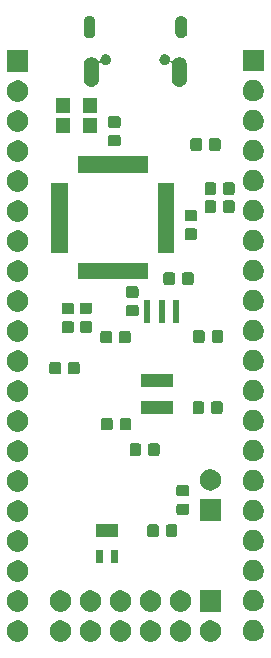
<source format=gbs>
G04 #@! TF.GenerationSoftware,KiCad,Pcbnew,(5.1.5-0-10_14)*
G04 #@! TF.CreationDate,2020-03-27T08:13:01-07:00*
G04 #@! TF.ProjectId,ravenna,72617665-6e6e-4612-9e6b-696361645f70,rev?*
G04 #@! TF.SameCoordinates,Original*
G04 #@! TF.FileFunction,Soldermask,Bot*
G04 #@! TF.FilePolarity,Negative*
%FSLAX46Y46*%
G04 Gerber Fmt 4.6, Leading zero omitted, Abs format (unit mm)*
G04 Created by KiCad (PCBNEW (5.1.5-0-10_14)) date 2020-03-27 08:13:01*
%MOMM*%
%LPD*%
G04 APERTURE LIST*
%ADD10C,0.100000*%
G04 APERTURE END LIST*
D10*
G36*
X154922977Y-133088224D02*
G01*
X155075812Y-133118624D01*
X155239784Y-133186544D01*
X155387354Y-133285147D01*
X155512853Y-133410646D01*
X155611456Y-133558216D01*
X155679376Y-133722188D01*
X155714000Y-133896259D01*
X155714000Y-134073741D01*
X155679376Y-134247812D01*
X155611456Y-134411784D01*
X155512853Y-134559354D01*
X155387354Y-134684853D01*
X155239784Y-134783456D01*
X155075812Y-134851376D01*
X154926512Y-134881073D01*
X154901742Y-134886000D01*
X154724258Y-134886000D01*
X154699488Y-134881073D01*
X154550188Y-134851376D01*
X154386216Y-134783456D01*
X154238646Y-134684853D01*
X154113147Y-134559354D01*
X154014544Y-134411784D01*
X153946624Y-134247812D01*
X153912000Y-134073741D01*
X153912000Y-133896259D01*
X153946624Y-133722188D01*
X154014544Y-133558216D01*
X154113147Y-133410646D01*
X154238646Y-133285147D01*
X154386216Y-133186544D01*
X154550188Y-133118624D01*
X154703023Y-133088224D01*
X154724258Y-133084000D01*
X154901742Y-133084000D01*
X154922977Y-133088224D01*
G37*
G36*
X152382977Y-133088224D02*
G01*
X152535812Y-133118624D01*
X152699784Y-133186544D01*
X152847354Y-133285147D01*
X152972853Y-133410646D01*
X153071456Y-133558216D01*
X153139376Y-133722188D01*
X153174000Y-133896259D01*
X153174000Y-134073741D01*
X153139376Y-134247812D01*
X153071456Y-134411784D01*
X152972853Y-134559354D01*
X152847354Y-134684853D01*
X152699784Y-134783456D01*
X152535812Y-134851376D01*
X152386512Y-134881073D01*
X152361742Y-134886000D01*
X152184258Y-134886000D01*
X152159488Y-134881073D01*
X152010188Y-134851376D01*
X151846216Y-134783456D01*
X151698646Y-134684853D01*
X151573147Y-134559354D01*
X151474544Y-134411784D01*
X151406624Y-134247812D01*
X151372000Y-134073741D01*
X151372000Y-133896259D01*
X151406624Y-133722188D01*
X151474544Y-133558216D01*
X151573147Y-133410646D01*
X151698646Y-133285147D01*
X151846216Y-133186544D01*
X152010188Y-133118624D01*
X152163023Y-133088224D01*
X152184258Y-133084000D01*
X152361742Y-133084000D01*
X152382977Y-133088224D01*
G37*
G36*
X149842977Y-133088224D02*
G01*
X149995812Y-133118624D01*
X150159784Y-133186544D01*
X150307354Y-133285147D01*
X150432853Y-133410646D01*
X150531456Y-133558216D01*
X150599376Y-133722188D01*
X150634000Y-133896259D01*
X150634000Y-134073741D01*
X150599376Y-134247812D01*
X150531456Y-134411784D01*
X150432853Y-134559354D01*
X150307354Y-134684853D01*
X150159784Y-134783456D01*
X149995812Y-134851376D01*
X149846512Y-134881073D01*
X149821742Y-134886000D01*
X149644258Y-134886000D01*
X149619488Y-134881073D01*
X149470188Y-134851376D01*
X149306216Y-134783456D01*
X149158646Y-134684853D01*
X149033147Y-134559354D01*
X148934544Y-134411784D01*
X148866624Y-134247812D01*
X148832000Y-134073741D01*
X148832000Y-133896259D01*
X148866624Y-133722188D01*
X148934544Y-133558216D01*
X149033147Y-133410646D01*
X149158646Y-133285147D01*
X149306216Y-133186544D01*
X149470188Y-133118624D01*
X149623023Y-133088224D01*
X149644258Y-133084000D01*
X149821742Y-133084000D01*
X149842977Y-133088224D01*
G37*
G36*
X147302977Y-133088224D02*
G01*
X147455812Y-133118624D01*
X147619784Y-133186544D01*
X147767354Y-133285147D01*
X147892853Y-133410646D01*
X147991456Y-133558216D01*
X148059376Y-133722188D01*
X148094000Y-133896259D01*
X148094000Y-134073741D01*
X148059376Y-134247812D01*
X147991456Y-134411784D01*
X147892853Y-134559354D01*
X147767354Y-134684853D01*
X147619784Y-134783456D01*
X147455812Y-134851376D01*
X147306512Y-134881073D01*
X147281742Y-134886000D01*
X147104258Y-134886000D01*
X147079488Y-134881073D01*
X146930188Y-134851376D01*
X146766216Y-134783456D01*
X146618646Y-134684853D01*
X146493147Y-134559354D01*
X146394544Y-134411784D01*
X146326624Y-134247812D01*
X146292000Y-134073741D01*
X146292000Y-133896259D01*
X146326624Y-133722188D01*
X146394544Y-133558216D01*
X146493147Y-133410646D01*
X146618646Y-133285147D01*
X146766216Y-133186544D01*
X146930188Y-133118624D01*
X147083023Y-133088224D01*
X147104258Y-133084000D01*
X147281742Y-133084000D01*
X147302977Y-133088224D01*
G37*
G36*
X144762977Y-133088224D02*
G01*
X144915812Y-133118624D01*
X145079784Y-133186544D01*
X145227354Y-133285147D01*
X145352853Y-133410646D01*
X145451456Y-133558216D01*
X145519376Y-133722188D01*
X145554000Y-133896259D01*
X145554000Y-134073741D01*
X145519376Y-134247812D01*
X145451456Y-134411784D01*
X145352853Y-134559354D01*
X145227354Y-134684853D01*
X145079784Y-134783456D01*
X144915812Y-134851376D01*
X144766512Y-134881073D01*
X144741742Y-134886000D01*
X144564258Y-134886000D01*
X144539488Y-134881073D01*
X144390188Y-134851376D01*
X144226216Y-134783456D01*
X144078646Y-134684853D01*
X143953147Y-134559354D01*
X143854544Y-134411784D01*
X143786624Y-134247812D01*
X143752000Y-134073741D01*
X143752000Y-133896259D01*
X143786624Y-133722188D01*
X143854544Y-133558216D01*
X143953147Y-133410646D01*
X144078646Y-133285147D01*
X144226216Y-133186544D01*
X144390188Y-133118624D01*
X144543023Y-133088224D01*
X144564258Y-133084000D01*
X144741742Y-133084000D01*
X144762977Y-133088224D01*
G37*
G36*
X142222977Y-133088224D02*
G01*
X142375812Y-133118624D01*
X142539784Y-133186544D01*
X142687354Y-133285147D01*
X142812853Y-133410646D01*
X142911456Y-133558216D01*
X142979376Y-133722188D01*
X143014000Y-133896259D01*
X143014000Y-134073741D01*
X142979376Y-134247812D01*
X142911456Y-134411784D01*
X142812853Y-134559354D01*
X142687354Y-134684853D01*
X142539784Y-134783456D01*
X142375812Y-134851376D01*
X142226512Y-134881073D01*
X142201742Y-134886000D01*
X142024258Y-134886000D01*
X141999488Y-134881073D01*
X141850188Y-134851376D01*
X141686216Y-134783456D01*
X141538646Y-134684853D01*
X141413147Y-134559354D01*
X141314544Y-134411784D01*
X141246624Y-134247812D01*
X141212000Y-134073741D01*
X141212000Y-133896259D01*
X141246624Y-133722188D01*
X141314544Y-133558216D01*
X141413147Y-133410646D01*
X141538646Y-133285147D01*
X141686216Y-133186544D01*
X141850188Y-133118624D01*
X142003023Y-133088224D01*
X142024258Y-133084000D01*
X142201742Y-133084000D01*
X142222977Y-133088224D01*
G37*
G36*
X138616177Y-133088224D02*
G01*
X138769012Y-133118624D01*
X138932984Y-133186544D01*
X139080554Y-133285147D01*
X139206053Y-133410646D01*
X139304656Y-133558216D01*
X139372576Y-133722188D01*
X139407200Y-133896259D01*
X139407200Y-134073741D01*
X139372576Y-134247812D01*
X139304656Y-134411784D01*
X139206053Y-134559354D01*
X139080554Y-134684853D01*
X138932984Y-134783456D01*
X138769012Y-134851376D01*
X138619712Y-134881073D01*
X138594942Y-134886000D01*
X138417458Y-134886000D01*
X138392688Y-134881073D01*
X138243388Y-134851376D01*
X138079416Y-134783456D01*
X137931846Y-134684853D01*
X137806347Y-134559354D01*
X137707744Y-134411784D01*
X137639824Y-134247812D01*
X137605200Y-134073741D01*
X137605200Y-133896259D01*
X137639824Y-133722188D01*
X137707744Y-133558216D01*
X137806347Y-133410646D01*
X137931846Y-133285147D01*
X138079416Y-133186544D01*
X138243388Y-133118624D01*
X138396223Y-133088224D01*
X138417458Y-133084000D01*
X138594942Y-133084000D01*
X138616177Y-133088224D01*
G37*
G36*
X158558612Y-133058527D02*
G01*
X158707912Y-133088224D01*
X158871884Y-133156144D01*
X159019454Y-133254747D01*
X159144953Y-133380246D01*
X159243556Y-133527816D01*
X159311476Y-133691788D01*
X159346100Y-133865859D01*
X159346100Y-134043341D01*
X159311476Y-134217412D01*
X159243556Y-134381384D01*
X159144953Y-134528954D01*
X159019454Y-134654453D01*
X158871884Y-134753056D01*
X158707912Y-134820976D01*
X158558612Y-134850673D01*
X158533842Y-134855600D01*
X158356358Y-134855600D01*
X158331588Y-134850673D01*
X158182288Y-134820976D01*
X158018316Y-134753056D01*
X157870746Y-134654453D01*
X157745247Y-134528954D01*
X157646644Y-134381384D01*
X157578724Y-134217412D01*
X157544100Y-134043341D01*
X157544100Y-133865859D01*
X157578724Y-133691788D01*
X157646644Y-133527816D01*
X157745247Y-133380246D01*
X157870746Y-133254747D01*
X158018316Y-133156144D01*
X158182288Y-133088224D01*
X158331588Y-133058527D01*
X158356358Y-133053600D01*
X158533842Y-133053600D01*
X158558612Y-133058527D01*
G37*
G36*
X138616177Y-130548224D02*
G01*
X138769012Y-130578624D01*
X138932984Y-130646544D01*
X139080554Y-130745147D01*
X139206053Y-130870646D01*
X139304656Y-131018216D01*
X139372576Y-131182188D01*
X139407200Y-131356259D01*
X139407200Y-131533741D01*
X139372576Y-131707812D01*
X139304656Y-131871784D01*
X139206053Y-132019354D01*
X139080554Y-132144853D01*
X138932984Y-132243456D01*
X138769012Y-132311376D01*
X138619712Y-132341073D01*
X138594942Y-132346000D01*
X138417458Y-132346000D01*
X138392688Y-132341073D01*
X138243388Y-132311376D01*
X138079416Y-132243456D01*
X137931846Y-132144853D01*
X137806347Y-132019354D01*
X137707744Y-131871784D01*
X137639824Y-131707812D01*
X137605200Y-131533741D01*
X137605200Y-131356259D01*
X137639824Y-131182188D01*
X137707744Y-131018216D01*
X137806347Y-130870646D01*
X137931846Y-130745147D01*
X138079416Y-130646544D01*
X138243388Y-130578624D01*
X138396223Y-130548224D01*
X138417458Y-130544000D01*
X138594942Y-130544000D01*
X138616177Y-130548224D01*
G37*
G36*
X142222977Y-130548224D02*
G01*
X142375812Y-130578624D01*
X142539784Y-130646544D01*
X142687354Y-130745147D01*
X142812853Y-130870646D01*
X142911456Y-131018216D01*
X142979376Y-131182188D01*
X143014000Y-131356259D01*
X143014000Y-131533741D01*
X142979376Y-131707812D01*
X142911456Y-131871784D01*
X142812853Y-132019354D01*
X142687354Y-132144853D01*
X142539784Y-132243456D01*
X142375812Y-132311376D01*
X142226512Y-132341073D01*
X142201742Y-132346000D01*
X142024258Y-132346000D01*
X141999488Y-132341073D01*
X141850188Y-132311376D01*
X141686216Y-132243456D01*
X141538646Y-132144853D01*
X141413147Y-132019354D01*
X141314544Y-131871784D01*
X141246624Y-131707812D01*
X141212000Y-131533741D01*
X141212000Y-131356259D01*
X141246624Y-131182188D01*
X141314544Y-131018216D01*
X141413147Y-130870646D01*
X141538646Y-130745147D01*
X141686216Y-130646544D01*
X141850188Y-130578624D01*
X142003023Y-130548224D01*
X142024258Y-130544000D01*
X142201742Y-130544000D01*
X142222977Y-130548224D01*
G37*
G36*
X144762977Y-130548224D02*
G01*
X144915812Y-130578624D01*
X145079784Y-130646544D01*
X145227354Y-130745147D01*
X145352853Y-130870646D01*
X145451456Y-131018216D01*
X145519376Y-131182188D01*
X145554000Y-131356259D01*
X145554000Y-131533741D01*
X145519376Y-131707812D01*
X145451456Y-131871784D01*
X145352853Y-132019354D01*
X145227354Y-132144853D01*
X145079784Y-132243456D01*
X144915812Y-132311376D01*
X144766512Y-132341073D01*
X144741742Y-132346000D01*
X144564258Y-132346000D01*
X144539488Y-132341073D01*
X144390188Y-132311376D01*
X144226216Y-132243456D01*
X144078646Y-132144853D01*
X143953147Y-132019354D01*
X143854544Y-131871784D01*
X143786624Y-131707812D01*
X143752000Y-131533741D01*
X143752000Y-131356259D01*
X143786624Y-131182188D01*
X143854544Y-131018216D01*
X143953147Y-130870646D01*
X144078646Y-130745147D01*
X144226216Y-130646544D01*
X144390188Y-130578624D01*
X144543023Y-130548224D01*
X144564258Y-130544000D01*
X144741742Y-130544000D01*
X144762977Y-130548224D01*
G37*
G36*
X155714000Y-132346000D02*
G01*
X153912000Y-132346000D01*
X153912000Y-130544000D01*
X155714000Y-130544000D01*
X155714000Y-132346000D01*
G37*
G36*
X147302977Y-130548224D02*
G01*
X147455812Y-130578624D01*
X147619784Y-130646544D01*
X147767354Y-130745147D01*
X147892853Y-130870646D01*
X147991456Y-131018216D01*
X148059376Y-131182188D01*
X148094000Y-131356259D01*
X148094000Y-131533741D01*
X148059376Y-131707812D01*
X147991456Y-131871784D01*
X147892853Y-132019354D01*
X147767354Y-132144853D01*
X147619784Y-132243456D01*
X147455812Y-132311376D01*
X147306512Y-132341073D01*
X147281742Y-132346000D01*
X147104258Y-132346000D01*
X147079488Y-132341073D01*
X146930188Y-132311376D01*
X146766216Y-132243456D01*
X146618646Y-132144853D01*
X146493147Y-132019354D01*
X146394544Y-131871784D01*
X146326624Y-131707812D01*
X146292000Y-131533741D01*
X146292000Y-131356259D01*
X146326624Y-131182188D01*
X146394544Y-131018216D01*
X146493147Y-130870646D01*
X146618646Y-130745147D01*
X146766216Y-130646544D01*
X146930188Y-130578624D01*
X147083023Y-130548224D01*
X147104258Y-130544000D01*
X147281742Y-130544000D01*
X147302977Y-130548224D01*
G37*
G36*
X152382977Y-130548224D02*
G01*
X152535812Y-130578624D01*
X152699784Y-130646544D01*
X152847354Y-130745147D01*
X152972853Y-130870646D01*
X153071456Y-131018216D01*
X153139376Y-131182188D01*
X153174000Y-131356259D01*
X153174000Y-131533741D01*
X153139376Y-131707812D01*
X153071456Y-131871784D01*
X152972853Y-132019354D01*
X152847354Y-132144853D01*
X152699784Y-132243456D01*
X152535812Y-132311376D01*
X152386512Y-132341073D01*
X152361742Y-132346000D01*
X152184258Y-132346000D01*
X152159488Y-132341073D01*
X152010188Y-132311376D01*
X151846216Y-132243456D01*
X151698646Y-132144853D01*
X151573147Y-132019354D01*
X151474544Y-131871784D01*
X151406624Y-131707812D01*
X151372000Y-131533741D01*
X151372000Y-131356259D01*
X151406624Y-131182188D01*
X151474544Y-131018216D01*
X151573147Y-130870646D01*
X151698646Y-130745147D01*
X151846216Y-130646544D01*
X152010188Y-130578624D01*
X152163023Y-130548224D01*
X152184258Y-130544000D01*
X152361742Y-130544000D01*
X152382977Y-130548224D01*
G37*
G36*
X149842977Y-130548224D02*
G01*
X149995812Y-130578624D01*
X150159784Y-130646544D01*
X150307354Y-130745147D01*
X150432853Y-130870646D01*
X150531456Y-131018216D01*
X150599376Y-131182188D01*
X150634000Y-131356259D01*
X150634000Y-131533741D01*
X150599376Y-131707812D01*
X150531456Y-131871784D01*
X150432853Y-132019354D01*
X150307354Y-132144853D01*
X150159784Y-132243456D01*
X149995812Y-132311376D01*
X149846512Y-132341073D01*
X149821742Y-132346000D01*
X149644258Y-132346000D01*
X149619488Y-132341073D01*
X149470188Y-132311376D01*
X149306216Y-132243456D01*
X149158646Y-132144853D01*
X149033147Y-132019354D01*
X148934544Y-131871784D01*
X148866624Y-131707812D01*
X148832000Y-131533741D01*
X148832000Y-131356259D01*
X148866624Y-131182188D01*
X148934544Y-131018216D01*
X149033147Y-130870646D01*
X149158646Y-130745147D01*
X149306216Y-130646544D01*
X149470188Y-130578624D01*
X149623023Y-130548224D01*
X149644258Y-130544000D01*
X149821742Y-130544000D01*
X149842977Y-130548224D01*
G37*
G36*
X158558612Y-130518527D02*
G01*
X158707912Y-130548224D01*
X158871884Y-130616144D01*
X159019454Y-130714747D01*
X159144953Y-130840246D01*
X159243556Y-130987816D01*
X159311476Y-131151788D01*
X159346100Y-131325859D01*
X159346100Y-131503341D01*
X159311476Y-131677412D01*
X159243556Y-131841384D01*
X159144953Y-131988954D01*
X159019454Y-132114453D01*
X158871884Y-132213056D01*
X158707912Y-132280976D01*
X158558612Y-132310673D01*
X158533842Y-132315600D01*
X158356358Y-132315600D01*
X158331588Y-132310673D01*
X158182288Y-132280976D01*
X158018316Y-132213056D01*
X157870746Y-132114453D01*
X157745247Y-131988954D01*
X157646644Y-131841384D01*
X157578724Y-131677412D01*
X157544100Y-131503341D01*
X157544100Y-131325859D01*
X157578724Y-131151788D01*
X157646644Y-130987816D01*
X157745247Y-130840246D01*
X157870746Y-130714747D01*
X158018316Y-130616144D01*
X158182288Y-130548224D01*
X158331588Y-130518527D01*
X158356358Y-130513600D01*
X158533842Y-130513600D01*
X158558612Y-130518527D01*
G37*
G36*
X138616177Y-128008224D02*
G01*
X138769012Y-128038624D01*
X138932984Y-128106544D01*
X139080554Y-128205147D01*
X139206053Y-128330646D01*
X139304656Y-128478216D01*
X139372576Y-128642188D01*
X139407200Y-128816259D01*
X139407200Y-128993741D01*
X139372576Y-129167812D01*
X139304656Y-129331784D01*
X139206053Y-129479354D01*
X139080554Y-129604853D01*
X138932984Y-129703456D01*
X138769012Y-129771376D01*
X138619712Y-129801073D01*
X138594942Y-129806000D01*
X138417458Y-129806000D01*
X138392688Y-129801073D01*
X138243388Y-129771376D01*
X138079416Y-129703456D01*
X137931846Y-129604853D01*
X137806347Y-129479354D01*
X137707744Y-129331784D01*
X137639824Y-129167812D01*
X137605200Y-128993741D01*
X137605200Y-128816259D01*
X137639824Y-128642188D01*
X137707744Y-128478216D01*
X137806347Y-128330646D01*
X137931846Y-128205147D01*
X138079416Y-128106544D01*
X138243388Y-128038624D01*
X138396223Y-128008224D01*
X138417458Y-128004000D01*
X138594942Y-128004000D01*
X138616177Y-128008224D01*
G37*
G36*
X158558612Y-127978527D02*
G01*
X158707912Y-128008224D01*
X158871884Y-128076144D01*
X159019454Y-128174747D01*
X159144953Y-128300246D01*
X159243556Y-128447816D01*
X159311476Y-128611788D01*
X159346100Y-128785859D01*
X159346100Y-128963341D01*
X159311476Y-129137412D01*
X159243556Y-129301384D01*
X159144953Y-129448954D01*
X159019454Y-129574453D01*
X158871884Y-129673056D01*
X158707912Y-129740976D01*
X158558612Y-129770673D01*
X158533842Y-129775600D01*
X158356358Y-129775600D01*
X158331588Y-129770673D01*
X158182288Y-129740976D01*
X158018316Y-129673056D01*
X157870746Y-129574453D01*
X157745247Y-129448954D01*
X157646644Y-129301384D01*
X157578724Y-129137412D01*
X157544100Y-128963341D01*
X157544100Y-128785859D01*
X157578724Y-128611788D01*
X157646644Y-128447816D01*
X157745247Y-128300246D01*
X157870746Y-128174747D01*
X158018316Y-128076144D01*
X158182288Y-128008224D01*
X158331588Y-127978527D01*
X158356358Y-127973600D01*
X158533842Y-127973600D01*
X158558612Y-127978527D01*
G37*
G36*
X147000000Y-128226000D02*
G01*
X146400000Y-128226000D01*
X146400000Y-127126000D01*
X147000000Y-127126000D01*
X147000000Y-128226000D01*
G37*
G36*
X145700000Y-128226000D02*
G01*
X145100000Y-128226000D01*
X145100000Y-127126000D01*
X145700000Y-127126000D01*
X145700000Y-128226000D01*
G37*
G36*
X138616177Y-125468224D02*
G01*
X138769012Y-125498624D01*
X138932984Y-125566544D01*
X139080554Y-125665147D01*
X139206053Y-125790646D01*
X139304656Y-125938216D01*
X139372576Y-126102188D01*
X139407200Y-126276259D01*
X139407200Y-126453741D01*
X139372576Y-126627812D01*
X139304656Y-126791784D01*
X139206053Y-126939354D01*
X139080554Y-127064853D01*
X138932984Y-127163456D01*
X138769012Y-127231376D01*
X138619712Y-127261073D01*
X138594942Y-127266000D01*
X138417458Y-127266000D01*
X138392688Y-127261073D01*
X138243388Y-127231376D01*
X138079416Y-127163456D01*
X137931846Y-127064853D01*
X137806347Y-126939354D01*
X137707744Y-126791784D01*
X137639824Y-126627812D01*
X137605200Y-126453741D01*
X137605200Y-126276259D01*
X137639824Y-126102188D01*
X137707744Y-125938216D01*
X137806347Y-125790646D01*
X137931846Y-125665147D01*
X138079416Y-125566544D01*
X138243388Y-125498624D01*
X138396223Y-125468224D01*
X138417458Y-125464000D01*
X138594942Y-125464000D01*
X138616177Y-125468224D01*
G37*
G36*
X158558612Y-125438527D02*
G01*
X158707912Y-125468224D01*
X158871884Y-125536144D01*
X159019454Y-125634747D01*
X159144953Y-125760246D01*
X159243556Y-125907816D01*
X159311476Y-126071788D01*
X159346100Y-126245859D01*
X159346100Y-126423341D01*
X159311476Y-126597412D01*
X159243556Y-126761384D01*
X159144953Y-126908954D01*
X159019454Y-127034453D01*
X158871884Y-127133056D01*
X158707912Y-127200976D01*
X158558612Y-127230673D01*
X158533842Y-127235600D01*
X158356358Y-127235600D01*
X158331588Y-127230673D01*
X158182288Y-127200976D01*
X158018316Y-127133056D01*
X157870746Y-127034453D01*
X157745247Y-126908954D01*
X157646644Y-126761384D01*
X157578724Y-126597412D01*
X157544100Y-126423341D01*
X157544100Y-126245859D01*
X157578724Y-126071788D01*
X157646644Y-125907816D01*
X157745247Y-125760246D01*
X157870746Y-125634747D01*
X158018316Y-125536144D01*
X158182288Y-125468224D01*
X158331588Y-125438527D01*
X158356358Y-125433600D01*
X158533842Y-125433600D01*
X158558612Y-125438527D01*
G37*
G36*
X147000000Y-126026000D02*
G01*
X145100000Y-126026000D01*
X145100000Y-124926000D01*
X147000000Y-124926000D01*
X147000000Y-126026000D01*
G37*
G36*
X151878591Y-124954085D02*
G01*
X151912569Y-124964393D01*
X151943890Y-124981134D01*
X151971339Y-125003661D01*
X151993866Y-125031110D01*
X152010607Y-125062431D01*
X152020915Y-125096409D01*
X152025000Y-125137890D01*
X152025000Y-125814110D01*
X152020915Y-125855591D01*
X152010607Y-125889569D01*
X151993866Y-125920890D01*
X151971339Y-125948339D01*
X151943890Y-125970866D01*
X151912569Y-125987607D01*
X151878591Y-125997915D01*
X151837110Y-126002000D01*
X151235890Y-126002000D01*
X151194409Y-125997915D01*
X151160431Y-125987607D01*
X151129110Y-125970866D01*
X151101661Y-125948339D01*
X151079134Y-125920890D01*
X151062393Y-125889569D01*
X151052085Y-125855591D01*
X151048000Y-125814110D01*
X151048000Y-125137890D01*
X151052085Y-125096409D01*
X151062393Y-125062431D01*
X151079134Y-125031110D01*
X151101661Y-125003661D01*
X151129110Y-124981134D01*
X151160431Y-124964393D01*
X151194409Y-124954085D01*
X151235890Y-124950000D01*
X151837110Y-124950000D01*
X151878591Y-124954085D01*
G37*
G36*
X150303591Y-124954085D02*
G01*
X150337569Y-124964393D01*
X150368890Y-124981134D01*
X150396339Y-125003661D01*
X150418866Y-125031110D01*
X150435607Y-125062431D01*
X150445915Y-125096409D01*
X150450000Y-125137890D01*
X150450000Y-125814110D01*
X150445915Y-125855591D01*
X150435607Y-125889569D01*
X150418866Y-125920890D01*
X150396339Y-125948339D01*
X150368890Y-125970866D01*
X150337569Y-125987607D01*
X150303591Y-125997915D01*
X150262110Y-126002000D01*
X149660890Y-126002000D01*
X149619409Y-125997915D01*
X149585431Y-125987607D01*
X149554110Y-125970866D01*
X149526661Y-125948339D01*
X149504134Y-125920890D01*
X149487393Y-125889569D01*
X149477085Y-125855591D01*
X149473000Y-125814110D01*
X149473000Y-125137890D01*
X149477085Y-125096409D01*
X149487393Y-125062431D01*
X149504134Y-125031110D01*
X149526661Y-125003661D01*
X149554110Y-124981134D01*
X149585431Y-124964393D01*
X149619409Y-124954085D01*
X149660890Y-124950000D01*
X150262110Y-124950000D01*
X150303591Y-124954085D01*
G37*
G36*
X138616177Y-122928224D02*
G01*
X138769012Y-122958624D01*
X138932984Y-123026544D01*
X139080554Y-123125147D01*
X139206053Y-123250646D01*
X139304656Y-123398216D01*
X139372576Y-123562188D01*
X139407200Y-123736259D01*
X139407200Y-123913741D01*
X139372576Y-124087812D01*
X139304656Y-124251784D01*
X139206053Y-124399354D01*
X139080554Y-124524853D01*
X138932984Y-124623456D01*
X138769012Y-124691376D01*
X138619712Y-124721073D01*
X138594942Y-124726000D01*
X138417458Y-124726000D01*
X138392688Y-124721073D01*
X138243388Y-124691376D01*
X138079416Y-124623456D01*
X137931846Y-124524853D01*
X137806347Y-124399354D01*
X137707744Y-124251784D01*
X137639824Y-124087812D01*
X137605200Y-123913741D01*
X137605200Y-123736259D01*
X137639824Y-123562188D01*
X137707744Y-123398216D01*
X137806347Y-123250646D01*
X137931846Y-123125147D01*
X138079416Y-123026544D01*
X138243388Y-122958624D01*
X138396223Y-122928224D01*
X138417458Y-122924000D01*
X138594942Y-122924000D01*
X138616177Y-122928224D01*
G37*
G36*
X158558612Y-122898527D02*
G01*
X158707912Y-122928224D01*
X158871884Y-122996144D01*
X159019454Y-123094747D01*
X159144953Y-123220246D01*
X159243556Y-123367816D01*
X159311476Y-123531788D01*
X159346100Y-123705859D01*
X159346100Y-123883341D01*
X159311476Y-124057412D01*
X159243556Y-124221384D01*
X159144953Y-124368954D01*
X159019454Y-124494453D01*
X158871884Y-124593056D01*
X158707912Y-124660976D01*
X158558612Y-124690673D01*
X158533842Y-124695600D01*
X158356358Y-124695600D01*
X158331588Y-124690673D01*
X158182288Y-124660976D01*
X158018316Y-124593056D01*
X157870746Y-124494453D01*
X157745247Y-124368954D01*
X157646644Y-124221384D01*
X157578724Y-124057412D01*
X157544100Y-123883341D01*
X157544100Y-123705859D01*
X157578724Y-123531788D01*
X157646644Y-123367816D01*
X157745247Y-123220246D01*
X157870746Y-123094747D01*
X158018316Y-122996144D01*
X158182288Y-122928224D01*
X158331588Y-122898527D01*
X158356358Y-122893600D01*
X158533842Y-122893600D01*
X158558612Y-122898527D01*
G37*
G36*
X155714000Y-124624400D02*
G01*
X153912000Y-124624400D01*
X153912000Y-122822400D01*
X155714000Y-122822400D01*
X155714000Y-124624400D01*
G37*
G36*
X152855791Y-123188385D02*
G01*
X152889769Y-123198693D01*
X152921090Y-123215434D01*
X152948539Y-123237961D01*
X152971066Y-123265410D01*
X152987807Y-123296731D01*
X152998115Y-123330709D01*
X153002200Y-123372190D01*
X153002200Y-123973410D01*
X152998115Y-124014891D01*
X152987807Y-124048869D01*
X152971066Y-124080190D01*
X152948539Y-124107639D01*
X152921090Y-124130166D01*
X152889769Y-124146907D01*
X152855791Y-124157215D01*
X152814310Y-124161300D01*
X152138090Y-124161300D01*
X152096609Y-124157215D01*
X152062631Y-124146907D01*
X152031310Y-124130166D01*
X152003861Y-124107639D01*
X151981334Y-124080190D01*
X151964593Y-124048869D01*
X151954285Y-124014891D01*
X151950200Y-123973410D01*
X151950200Y-123372190D01*
X151954285Y-123330709D01*
X151964593Y-123296731D01*
X151981334Y-123265410D01*
X152003861Y-123237961D01*
X152031310Y-123215434D01*
X152062631Y-123198693D01*
X152096609Y-123188385D01*
X152138090Y-123184300D01*
X152814310Y-123184300D01*
X152855791Y-123188385D01*
G37*
G36*
X152855791Y-121613385D02*
G01*
X152889769Y-121623693D01*
X152921090Y-121640434D01*
X152948539Y-121662961D01*
X152971066Y-121690410D01*
X152987807Y-121721731D01*
X152998115Y-121755709D01*
X153002200Y-121797190D01*
X153002200Y-122398410D01*
X152998115Y-122439891D01*
X152987807Y-122473869D01*
X152971066Y-122505190D01*
X152948539Y-122532639D01*
X152921090Y-122555166D01*
X152889769Y-122571907D01*
X152855791Y-122582215D01*
X152814310Y-122586300D01*
X152138090Y-122586300D01*
X152096609Y-122582215D01*
X152062631Y-122571907D01*
X152031310Y-122555166D01*
X152003861Y-122532639D01*
X151981334Y-122505190D01*
X151964593Y-122473869D01*
X151954285Y-122439891D01*
X151950200Y-122398410D01*
X151950200Y-121797190D01*
X151954285Y-121755709D01*
X151964593Y-121721731D01*
X151981334Y-121690410D01*
X152003861Y-121662961D01*
X152031310Y-121640434D01*
X152062631Y-121623693D01*
X152096609Y-121613385D01*
X152138090Y-121609300D01*
X152814310Y-121609300D01*
X152855791Y-121613385D01*
G37*
G36*
X138616177Y-120388224D02*
G01*
X138769012Y-120418624D01*
X138932984Y-120486544D01*
X139080554Y-120585147D01*
X139206053Y-120710646D01*
X139304656Y-120858216D01*
X139372576Y-121022188D01*
X139407200Y-121196259D01*
X139407200Y-121373741D01*
X139372576Y-121547812D01*
X139304656Y-121711784D01*
X139206053Y-121859354D01*
X139080554Y-121984853D01*
X138932984Y-122083456D01*
X138769012Y-122151376D01*
X138619712Y-122181073D01*
X138594942Y-122186000D01*
X138417458Y-122186000D01*
X138392688Y-122181073D01*
X138243388Y-122151376D01*
X138079416Y-122083456D01*
X137931846Y-121984853D01*
X137806347Y-121859354D01*
X137707744Y-121711784D01*
X137639824Y-121547812D01*
X137605200Y-121373741D01*
X137605200Y-121196259D01*
X137639824Y-121022188D01*
X137707744Y-120858216D01*
X137806347Y-120710646D01*
X137931846Y-120585147D01*
X138079416Y-120486544D01*
X138243388Y-120418624D01*
X138396223Y-120388224D01*
X138417458Y-120384000D01*
X138594942Y-120384000D01*
X138616177Y-120388224D01*
G37*
G36*
X158558612Y-120358527D02*
G01*
X158707912Y-120388224D01*
X158871884Y-120456144D01*
X159019454Y-120554747D01*
X159144953Y-120680246D01*
X159243556Y-120827816D01*
X159311476Y-120991788D01*
X159346100Y-121165859D01*
X159346100Y-121343341D01*
X159311476Y-121517412D01*
X159243556Y-121681384D01*
X159144953Y-121828954D01*
X159019454Y-121954453D01*
X158871884Y-122053056D01*
X158707912Y-122120976D01*
X158558612Y-122150673D01*
X158533842Y-122155600D01*
X158356358Y-122155600D01*
X158331588Y-122150673D01*
X158182288Y-122120976D01*
X158018316Y-122053056D01*
X157870746Y-121954453D01*
X157745247Y-121828954D01*
X157646644Y-121681384D01*
X157578724Y-121517412D01*
X157544100Y-121343341D01*
X157544100Y-121165859D01*
X157578724Y-120991788D01*
X157646644Y-120827816D01*
X157745247Y-120680246D01*
X157870746Y-120554747D01*
X158018316Y-120456144D01*
X158182288Y-120388224D01*
X158331588Y-120358527D01*
X158356358Y-120353600D01*
X158533842Y-120353600D01*
X158558612Y-120358527D01*
G37*
G36*
X154926512Y-120287327D02*
G01*
X155075812Y-120317024D01*
X155239784Y-120384944D01*
X155387354Y-120483547D01*
X155512853Y-120609046D01*
X155611456Y-120756616D01*
X155679376Y-120920588D01*
X155714000Y-121094659D01*
X155714000Y-121272141D01*
X155679376Y-121446212D01*
X155611456Y-121610184D01*
X155512853Y-121757754D01*
X155387354Y-121883253D01*
X155239784Y-121981856D01*
X155075812Y-122049776D01*
X154926512Y-122079473D01*
X154901742Y-122084400D01*
X154724258Y-122084400D01*
X154699488Y-122079473D01*
X154550188Y-122049776D01*
X154386216Y-121981856D01*
X154238646Y-121883253D01*
X154113147Y-121757754D01*
X154014544Y-121610184D01*
X153946624Y-121446212D01*
X153912000Y-121272141D01*
X153912000Y-121094659D01*
X153946624Y-120920588D01*
X154014544Y-120756616D01*
X154113147Y-120609046D01*
X154238646Y-120483547D01*
X154386216Y-120384944D01*
X154550188Y-120317024D01*
X154699488Y-120287327D01*
X154724258Y-120282400D01*
X154901742Y-120282400D01*
X154926512Y-120287327D01*
G37*
G36*
X138616177Y-117848224D02*
G01*
X138769012Y-117878624D01*
X138932984Y-117946544D01*
X139080554Y-118045147D01*
X139206053Y-118170646D01*
X139304656Y-118318216D01*
X139372576Y-118482188D01*
X139407200Y-118656259D01*
X139407200Y-118833741D01*
X139372576Y-119007812D01*
X139304656Y-119171784D01*
X139206053Y-119319354D01*
X139080554Y-119444853D01*
X138932984Y-119543456D01*
X138769012Y-119611376D01*
X138619712Y-119641073D01*
X138594942Y-119646000D01*
X138417458Y-119646000D01*
X138392688Y-119641073D01*
X138243388Y-119611376D01*
X138079416Y-119543456D01*
X137931846Y-119444853D01*
X137806347Y-119319354D01*
X137707744Y-119171784D01*
X137639824Y-119007812D01*
X137605200Y-118833741D01*
X137605200Y-118656259D01*
X137639824Y-118482188D01*
X137707744Y-118318216D01*
X137806347Y-118170646D01*
X137931846Y-118045147D01*
X138079416Y-117946544D01*
X138243388Y-117878624D01*
X138396223Y-117848224D01*
X138417458Y-117844000D01*
X138594942Y-117844000D01*
X138616177Y-117848224D01*
G37*
G36*
X158558612Y-117818527D02*
G01*
X158707912Y-117848224D01*
X158871884Y-117916144D01*
X159019454Y-118014747D01*
X159144953Y-118140246D01*
X159243556Y-118287816D01*
X159311476Y-118451788D01*
X159346100Y-118625859D01*
X159346100Y-118803341D01*
X159311476Y-118977412D01*
X159243556Y-119141384D01*
X159144953Y-119288954D01*
X159019454Y-119414453D01*
X158871884Y-119513056D01*
X158707912Y-119580976D01*
X158558612Y-119610673D01*
X158533842Y-119615600D01*
X158356358Y-119615600D01*
X158331588Y-119610673D01*
X158182288Y-119580976D01*
X158018316Y-119513056D01*
X157870746Y-119414453D01*
X157745247Y-119288954D01*
X157646644Y-119141384D01*
X157578724Y-118977412D01*
X157544100Y-118803341D01*
X157544100Y-118625859D01*
X157578724Y-118451788D01*
X157646644Y-118287816D01*
X157745247Y-118140246D01*
X157870746Y-118014747D01*
X158018316Y-117916144D01*
X158182288Y-117848224D01*
X158331588Y-117818527D01*
X158356358Y-117813600D01*
X158533842Y-117813600D01*
X158558612Y-117818527D01*
G37*
G36*
X150380091Y-118096085D02*
G01*
X150414069Y-118106393D01*
X150445390Y-118123134D01*
X150472839Y-118145661D01*
X150495366Y-118173110D01*
X150512107Y-118204431D01*
X150522415Y-118238409D01*
X150526500Y-118279890D01*
X150526500Y-118956110D01*
X150522415Y-118997591D01*
X150512107Y-119031569D01*
X150495366Y-119062890D01*
X150472839Y-119090339D01*
X150445390Y-119112866D01*
X150414069Y-119129607D01*
X150380091Y-119139915D01*
X150338610Y-119144000D01*
X149737390Y-119144000D01*
X149695909Y-119139915D01*
X149661931Y-119129607D01*
X149630610Y-119112866D01*
X149603161Y-119090339D01*
X149580634Y-119062890D01*
X149563893Y-119031569D01*
X149553585Y-118997591D01*
X149549500Y-118956110D01*
X149549500Y-118279890D01*
X149553585Y-118238409D01*
X149563893Y-118204431D01*
X149580634Y-118173110D01*
X149603161Y-118145661D01*
X149630610Y-118123134D01*
X149661931Y-118106393D01*
X149695909Y-118096085D01*
X149737390Y-118092000D01*
X150338610Y-118092000D01*
X150380091Y-118096085D01*
G37*
G36*
X148805091Y-118096085D02*
G01*
X148839069Y-118106393D01*
X148870390Y-118123134D01*
X148897839Y-118145661D01*
X148920366Y-118173110D01*
X148937107Y-118204431D01*
X148947415Y-118238409D01*
X148951500Y-118279890D01*
X148951500Y-118956110D01*
X148947415Y-118997591D01*
X148937107Y-119031569D01*
X148920366Y-119062890D01*
X148897839Y-119090339D01*
X148870390Y-119112866D01*
X148839069Y-119129607D01*
X148805091Y-119139915D01*
X148763610Y-119144000D01*
X148162390Y-119144000D01*
X148120909Y-119139915D01*
X148086931Y-119129607D01*
X148055610Y-119112866D01*
X148028161Y-119090339D01*
X148005634Y-119062890D01*
X147988893Y-119031569D01*
X147978585Y-118997591D01*
X147974500Y-118956110D01*
X147974500Y-118279890D01*
X147978585Y-118238409D01*
X147988893Y-118204431D01*
X148005634Y-118173110D01*
X148028161Y-118145661D01*
X148055610Y-118123134D01*
X148086931Y-118106393D01*
X148120909Y-118096085D01*
X148162390Y-118092000D01*
X148763610Y-118092000D01*
X148805091Y-118096085D01*
G37*
G36*
X138616177Y-115308224D02*
G01*
X138769012Y-115338624D01*
X138932984Y-115406544D01*
X139080554Y-115505147D01*
X139206053Y-115630646D01*
X139304656Y-115778216D01*
X139372576Y-115942188D01*
X139407200Y-116116259D01*
X139407200Y-116293741D01*
X139372576Y-116467812D01*
X139304656Y-116631784D01*
X139206053Y-116779354D01*
X139080554Y-116904853D01*
X138932984Y-117003456D01*
X138769012Y-117071376D01*
X138619712Y-117101073D01*
X138594942Y-117106000D01*
X138417458Y-117106000D01*
X138392688Y-117101073D01*
X138243388Y-117071376D01*
X138079416Y-117003456D01*
X137931846Y-116904853D01*
X137806347Y-116779354D01*
X137707744Y-116631784D01*
X137639824Y-116467812D01*
X137605200Y-116293741D01*
X137605200Y-116116259D01*
X137639824Y-115942188D01*
X137707744Y-115778216D01*
X137806347Y-115630646D01*
X137931846Y-115505147D01*
X138079416Y-115406544D01*
X138243388Y-115338624D01*
X138396223Y-115308224D01*
X138417458Y-115304000D01*
X138594942Y-115304000D01*
X138616177Y-115308224D01*
G37*
G36*
X158558612Y-115278527D02*
G01*
X158707912Y-115308224D01*
X158871884Y-115376144D01*
X159019454Y-115474747D01*
X159144953Y-115600246D01*
X159243556Y-115747816D01*
X159311476Y-115911788D01*
X159341173Y-116061088D01*
X159345687Y-116083780D01*
X159346100Y-116085859D01*
X159346100Y-116263341D01*
X159311476Y-116437412D01*
X159243556Y-116601384D01*
X159144953Y-116748954D01*
X159019454Y-116874453D01*
X158871884Y-116973056D01*
X158707912Y-117040976D01*
X158558612Y-117070673D01*
X158533842Y-117075600D01*
X158356358Y-117075600D01*
X158331588Y-117070673D01*
X158182288Y-117040976D01*
X158018316Y-116973056D01*
X157870746Y-116874453D01*
X157745247Y-116748954D01*
X157646644Y-116601384D01*
X157578724Y-116437412D01*
X157544100Y-116263341D01*
X157544100Y-116085859D01*
X157544514Y-116083780D01*
X157549027Y-116061088D01*
X157578724Y-115911788D01*
X157646644Y-115747816D01*
X157745247Y-115600246D01*
X157870746Y-115474747D01*
X158018316Y-115376144D01*
X158182288Y-115308224D01*
X158331588Y-115278527D01*
X158356358Y-115273600D01*
X158533842Y-115273600D01*
X158558612Y-115278527D01*
G37*
G36*
X146392091Y-115937085D02*
G01*
X146426069Y-115947393D01*
X146457390Y-115964134D01*
X146484839Y-115986661D01*
X146507366Y-116014110D01*
X146524107Y-116045431D01*
X146534415Y-116079409D01*
X146538500Y-116120890D01*
X146538500Y-116797110D01*
X146534415Y-116838591D01*
X146524107Y-116872569D01*
X146507366Y-116903890D01*
X146484839Y-116931339D01*
X146457390Y-116953866D01*
X146426069Y-116970607D01*
X146392091Y-116980915D01*
X146350610Y-116985000D01*
X145749390Y-116985000D01*
X145707909Y-116980915D01*
X145673931Y-116970607D01*
X145642610Y-116953866D01*
X145615161Y-116931339D01*
X145592634Y-116903890D01*
X145575893Y-116872569D01*
X145565585Y-116838591D01*
X145561500Y-116797110D01*
X145561500Y-116120890D01*
X145565585Y-116079409D01*
X145575893Y-116045431D01*
X145592634Y-116014110D01*
X145615161Y-115986661D01*
X145642610Y-115964134D01*
X145673931Y-115947393D01*
X145707909Y-115937085D01*
X145749390Y-115933000D01*
X146350610Y-115933000D01*
X146392091Y-115937085D01*
G37*
G36*
X147967091Y-115937085D02*
G01*
X148001069Y-115947393D01*
X148032390Y-115964134D01*
X148059839Y-115986661D01*
X148082366Y-116014110D01*
X148099107Y-116045431D01*
X148109415Y-116079409D01*
X148113500Y-116120890D01*
X148113500Y-116797110D01*
X148109415Y-116838591D01*
X148099107Y-116872569D01*
X148082366Y-116903890D01*
X148059839Y-116931339D01*
X148032390Y-116953866D01*
X148001069Y-116970607D01*
X147967091Y-116980915D01*
X147925610Y-116985000D01*
X147324390Y-116985000D01*
X147282909Y-116980915D01*
X147248931Y-116970607D01*
X147217610Y-116953866D01*
X147190161Y-116931339D01*
X147167634Y-116903890D01*
X147150893Y-116872569D01*
X147140585Y-116838591D01*
X147136500Y-116797110D01*
X147136500Y-116120890D01*
X147140585Y-116079409D01*
X147150893Y-116045431D01*
X147167634Y-116014110D01*
X147190161Y-115986661D01*
X147217610Y-115964134D01*
X147248931Y-115947393D01*
X147282909Y-115937085D01*
X147324390Y-115933000D01*
X147925610Y-115933000D01*
X147967091Y-115937085D01*
G37*
G36*
X151668700Y-115590200D02*
G01*
X148965500Y-115590200D01*
X148965500Y-114487000D01*
X151668700Y-114487000D01*
X151668700Y-115590200D01*
G37*
G36*
X155714091Y-114540085D02*
G01*
X155748069Y-114550393D01*
X155779390Y-114567134D01*
X155806839Y-114589661D01*
X155829366Y-114617110D01*
X155846107Y-114648431D01*
X155856415Y-114682409D01*
X155860500Y-114723890D01*
X155860500Y-115400110D01*
X155856415Y-115441591D01*
X155846107Y-115475569D01*
X155829366Y-115506890D01*
X155806839Y-115534339D01*
X155779390Y-115556866D01*
X155748069Y-115573607D01*
X155714091Y-115583915D01*
X155672610Y-115588000D01*
X155071390Y-115588000D01*
X155029909Y-115583915D01*
X154995931Y-115573607D01*
X154964610Y-115556866D01*
X154937161Y-115534339D01*
X154914634Y-115506890D01*
X154897893Y-115475569D01*
X154887585Y-115441591D01*
X154883500Y-115400110D01*
X154883500Y-114723890D01*
X154887585Y-114682409D01*
X154897893Y-114648431D01*
X154914634Y-114617110D01*
X154937161Y-114589661D01*
X154964610Y-114567134D01*
X154995931Y-114550393D01*
X155029909Y-114540085D01*
X155071390Y-114536000D01*
X155672610Y-114536000D01*
X155714091Y-114540085D01*
G37*
G36*
X154139091Y-114540085D02*
G01*
X154173069Y-114550393D01*
X154204390Y-114567134D01*
X154231839Y-114589661D01*
X154254366Y-114617110D01*
X154271107Y-114648431D01*
X154281415Y-114682409D01*
X154285500Y-114723890D01*
X154285500Y-115400110D01*
X154281415Y-115441591D01*
X154271107Y-115475569D01*
X154254366Y-115506890D01*
X154231839Y-115534339D01*
X154204390Y-115556866D01*
X154173069Y-115573607D01*
X154139091Y-115583915D01*
X154097610Y-115588000D01*
X153496390Y-115588000D01*
X153454909Y-115583915D01*
X153420931Y-115573607D01*
X153389610Y-115556866D01*
X153362161Y-115534339D01*
X153339634Y-115506890D01*
X153322893Y-115475569D01*
X153312585Y-115441591D01*
X153308500Y-115400110D01*
X153308500Y-114723890D01*
X153312585Y-114682409D01*
X153322893Y-114648431D01*
X153339634Y-114617110D01*
X153362161Y-114589661D01*
X153389610Y-114567134D01*
X153420931Y-114550393D01*
X153454909Y-114540085D01*
X153496390Y-114536000D01*
X154097610Y-114536000D01*
X154139091Y-114540085D01*
G37*
G36*
X138616177Y-112768224D02*
G01*
X138769012Y-112798624D01*
X138932984Y-112866544D01*
X139080554Y-112965147D01*
X139206053Y-113090646D01*
X139304656Y-113238216D01*
X139372576Y-113402188D01*
X139407200Y-113576259D01*
X139407200Y-113753741D01*
X139372576Y-113927812D01*
X139304656Y-114091784D01*
X139206053Y-114239354D01*
X139080554Y-114364853D01*
X138932984Y-114463456D01*
X138769012Y-114531376D01*
X138619712Y-114561073D01*
X138594942Y-114566000D01*
X138417458Y-114566000D01*
X138392688Y-114561073D01*
X138243388Y-114531376D01*
X138079416Y-114463456D01*
X137931846Y-114364853D01*
X137806347Y-114239354D01*
X137707744Y-114091784D01*
X137639824Y-113927812D01*
X137605200Y-113753741D01*
X137605200Y-113576259D01*
X137639824Y-113402188D01*
X137707744Y-113238216D01*
X137806347Y-113090646D01*
X137931846Y-112965147D01*
X138079416Y-112866544D01*
X138243388Y-112798624D01*
X138396223Y-112768224D01*
X138417458Y-112764000D01*
X138594942Y-112764000D01*
X138616177Y-112768224D01*
G37*
G36*
X158558612Y-112738527D02*
G01*
X158707912Y-112768224D01*
X158871884Y-112836144D01*
X159019454Y-112934747D01*
X159144953Y-113060246D01*
X159243556Y-113207816D01*
X159311476Y-113371788D01*
X159346100Y-113545859D01*
X159346100Y-113723341D01*
X159311476Y-113897412D01*
X159243556Y-114061384D01*
X159144953Y-114208954D01*
X159019454Y-114334453D01*
X158871884Y-114433056D01*
X158707912Y-114500976D01*
X158558612Y-114530673D01*
X158533842Y-114535600D01*
X158356358Y-114535600D01*
X158331588Y-114530673D01*
X158182288Y-114500976D01*
X158018316Y-114433056D01*
X157870746Y-114334453D01*
X157745247Y-114208954D01*
X157646644Y-114061384D01*
X157578724Y-113897412D01*
X157544100Y-113723341D01*
X157544100Y-113545859D01*
X157578724Y-113371788D01*
X157646644Y-113207816D01*
X157745247Y-113060246D01*
X157870746Y-112934747D01*
X158018316Y-112836144D01*
X158182288Y-112768224D01*
X158331588Y-112738527D01*
X158356358Y-112733600D01*
X158533842Y-112733600D01*
X158558612Y-112738527D01*
G37*
G36*
X151668700Y-113290200D02*
G01*
X148965500Y-113290200D01*
X148965500Y-112187000D01*
X151668700Y-112187000D01*
X151668700Y-113290200D01*
G37*
G36*
X143598191Y-111212685D02*
G01*
X143632169Y-111222993D01*
X143663490Y-111239734D01*
X143690939Y-111262261D01*
X143713466Y-111289710D01*
X143730207Y-111321031D01*
X143740515Y-111355009D01*
X143744600Y-111396490D01*
X143744600Y-112072710D01*
X143740515Y-112114191D01*
X143730207Y-112148169D01*
X143713466Y-112179490D01*
X143690939Y-112206939D01*
X143663490Y-112229466D01*
X143632169Y-112246207D01*
X143598191Y-112256515D01*
X143556710Y-112260600D01*
X142955490Y-112260600D01*
X142914009Y-112256515D01*
X142880031Y-112246207D01*
X142848710Y-112229466D01*
X142821261Y-112206939D01*
X142798734Y-112179490D01*
X142781993Y-112148169D01*
X142771685Y-112114191D01*
X142767600Y-112072710D01*
X142767600Y-111396490D01*
X142771685Y-111355009D01*
X142781993Y-111321031D01*
X142798734Y-111289710D01*
X142821261Y-111262261D01*
X142848710Y-111239734D01*
X142880031Y-111222993D01*
X142914009Y-111212685D01*
X142955490Y-111208600D01*
X143556710Y-111208600D01*
X143598191Y-111212685D01*
G37*
G36*
X142023191Y-111212685D02*
G01*
X142057169Y-111222993D01*
X142088490Y-111239734D01*
X142115939Y-111262261D01*
X142138466Y-111289710D01*
X142155207Y-111321031D01*
X142165515Y-111355009D01*
X142169600Y-111396490D01*
X142169600Y-112072710D01*
X142165515Y-112114191D01*
X142155207Y-112148169D01*
X142138466Y-112179490D01*
X142115939Y-112206939D01*
X142088490Y-112229466D01*
X142057169Y-112246207D01*
X142023191Y-112256515D01*
X141981710Y-112260600D01*
X141380490Y-112260600D01*
X141339009Y-112256515D01*
X141305031Y-112246207D01*
X141273710Y-112229466D01*
X141246261Y-112206939D01*
X141223734Y-112179490D01*
X141206993Y-112148169D01*
X141196685Y-112114191D01*
X141192600Y-112072710D01*
X141192600Y-111396490D01*
X141196685Y-111355009D01*
X141206993Y-111321031D01*
X141223734Y-111289710D01*
X141246261Y-111262261D01*
X141273710Y-111239734D01*
X141305031Y-111222993D01*
X141339009Y-111212685D01*
X141380490Y-111208600D01*
X141981710Y-111208600D01*
X142023191Y-111212685D01*
G37*
G36*
X138616177Y-110228224D02*
G01*
X138769012Y-110258624D01*
X138932984Y-110326544D01*
X139080554Y-110425147D01*
X139206053Y-110550646D01*
X139304656Y-110698216D01*
X139372576Y-110862188D01*
X139401153Y-111005858D01*
X139407200Y-111036258D01*
X139407200Y-111213742D01*
X139402273Y-111238512D01*
X139372576Y-111387812D01*
X139304656Y-111551784D01*
X139206053Y-111699354D01*
X139080554Y-111824853D01*
X138932984Y-111923456D01*
X138769012Y-111991376D01*
X138619712Y-112021073D01*
X138594942Y-112026000D01*
X138417458Y-112026000D01*
X138392688Y-112021073D01*
X138243388Y-111991376D01*
X138079416Y-111923456D01*
X137931846Y-111824853D01*
X137806347Y-111699354D01*
X137707744Y-111551784D01*
X137639824Y-111387812D01*
X137610127Y-111238512D01*
X137605200Y-111213742D01*
X137605200Y-111036258D01*
X137611247Y-111005858D01*
X137639824Y-110862188D01*
X137707744Y-110698216D01*
X137806347Y-110550646D01*
X137931846Y-110425147D01*
X138079416Y-110326544D01*
X138243388Y-110258624D01*
X138396223Y-110228224D01*
X138417458Y-110224000D01*
X138594942Y-110224000D01*
X138616177Y-110228224D01*
G37*
G36*
X158558612Y-110198527D02*
G01*
X158707912Y-110228224D01*
X158871884Y-110296144D01*
X159019454Y-110394747D01*
X159144953Y-110520246D01*
X159243556Y-110667816D01*
X159311476Y-110831788D01*
X159346100Y-111005859D01*
X159346100Y-111183341D01*
X159311476Y-111357412D01*
X159243556Y-111521384D01*
X159144953Y-111668954D01*
X159019454Y-111794453D01*
X158871884Y-111893056D01*
X158707912Y-111960976D01*
X158558612Y-111990673D01*
X158533842Y-111995600D01*
X158356358Y-111995600D01*
X158331588Y-111990673D01*
X158182288Y-111960976D01*
X158018316Y-111893056D01*
X157870746Y-111794453D01*
X157745247Y-111668954D01*
X157646644Y-111521384D01*
X157578724Y-111357412D01*
X157544100Y-111183341D01*
X157544100Y-111005859D01*
X157578724Y-110831788D01*
X157646644Y-110667816D01*
X157745247Y-110520246D01*
X157870746Y-110394747D01*
X158018316Y-110296144D01*
X158182288Y-110228224D01*
X158331588Y-110198527D01*
X158356358Y-110193600D01*
X158533842Y-110193600D01*
X158558612Y-110198527D01*
G37*
G36*
X147916091Y-108571085D02*
G01*
X147950069Y-108581393D01*
X147981390Y-108598134D01*
X148008839Y-108620661D01*
X148031366Y-108648110D01*
X148048107Y-108679431D01*
X148058415Y-108713409D01*
X148062500Y-108754890D01*
X148062500Y-109431110D01*
X148058415Y-109472591D01*
X148048107Y-109506569D01*
X148031366Y-109537890D01*
X148008839Y-109565339D01*
X147981390Y-109587866D01*
X147950069Y-109604607D01*
X147916091Y-109614915D01*
X147874610Y-109619000D01*
X147273390Y-109619000D01*
X147231909Y-109614915D01*
X147197931Y-109604607D01*
X147166610Y-109587866D01*
X147139161Y-109565339D01*
X147116634Y-109537890D01*
X147099893Y-109506569D01*
X147089585Y-109472591D01*
X147085500Y-109431110D01*
X147085500Y-108754890D01*
X147089585Y-108713409D01*
X147099893Y-108679431D01*
X147116634Y-108648110D01*
X147139161Y-108620661D01*
X147166610Y-108598134D01*
X147197931Y-108581393D01*
X147231909Y-108571085D01*
X147273390Y-108567000D01*
X147874610Y-108567000D01*
X147916091Y-108571085D01*
G37*
G36*
X146341091Y-108571085D02*
G01*
X146375069Y-108581393D01*
X146406390Y-108598134D01*
X146433839Y-108620661D01*
X146456366Y-108648110D01*
X146473107Y-108679431D01*
X146483415Y-108713409D01*
X146487500Y-108754890D01*
X146487500Y-109431110D01*
X146483415Y-109472591D01*
X146473107Y-109506569D01*
X146456366Y-109537890D01*
X146433839Y-109565339D01*
X146406390Y-109587866D01*
X146375069Y-109604607D01*
X146341091Y-109614915D01*
X146299610Y-109619000D01*
X145698390Y-109619000D01*
X145656909Y-109614915D01*
X145622931Y-109604607D01*
X145591610Y-109587866D01*
X145564161Y-109565339D01*
X145541634Y-109537890D01*
X145524893Y-109506569D01*
X145514585Y-109472591D01*
X145510500Y-109431110D01*
X145510500Y-108754890D01*
X145514585Y-108713409D01*
X145524893Y-108679431D01*
X145541634Y-108648110D01*
X145564161Y-108620661D01*
X145591610Y-108598134D01*
X145622931Y-108581393D01*
X145656909Y-108571085D01*
X145698390Y-108567000D01*
X146299610Y-108567000D01*
X146341091Y-108571085D01*
G37*
G36*
X154189691Y-108520285D02*
G01*
X154223669Y-108530593D01*
X154254990Y-108547334D01*
X154282439Y-108569861D01*
X154304966Y-108597310D01*
X154321707Y-108628631D01*
X154332015Y-108662609D01*
X154336100Y-108704090D01*
X154336100Y-109380310D01*
X154332015Y-109421791D01*
X154321707Y-109455769D01*
X154304966Y-109487090D01*
X154282439Y-109514539D01*
X154254990Y-109537066D01*
X154223669Y-109553807D01*
X154189691Y-109564115D01*
X154148210Y-109568200D01*
X153546990Y-109568200D01*
X153505509Y-109564115D01*
X153471531Y-109553807D01*
X153440210Y-109537066D01*
X153412761Y-109514539D01*
X153390234Y-109487090D01*
X153373493Y-109455769D01*
X153363185Y-109421791D01*
X153359100Y-109380310D01*
X153359100Y-108704090D01*
X153363185Y-108662609D01*
X153373493Y-108628631D01*
X153390234Y-108597310D01*
X153412761Y-108569861D01*
X153440210Y-108547334D01*
X153471531Y-108530593D01*
X153505509Y-108520285D01*
X153546990Y-108516200D01*
X154148210Y-108516200D01*
X154189691Y-108520285D01*
G37*
G36*
X155764691Y-108520285D02*
G01*
X155798669Y-108530593D01*
X155829990Y-108547334D01*
X155857439Y-108569861D01*
X155879966Y-108597310D01*
X155896707Y-108628631D01*
X155907015Y-108662609D01*
X155911100Y-108704090D01*
X155911100Y-109380310D01*
X155907015Y-109421791D01*
X155896707Y-109455769D01*
X155879966Y-109487090D01*
X155857439Y-109514539D01*
X155829990Y-109537066D01*
X155798669Y-109553807D01*
X155764691Y-109564115D01*
X155723210Y-109568200D01*
X155121990Y-109568200D01*
X155080509Y-109564115D01*
X155046531Y-109553807D01*
X155015210Y-109537066D01*
X154987761Y-109514539D01*
X154965234Y-109487090D01*
X154948493Y-109455769D01*
X154938185Y-109421791D01*
X154934100Y-109380310D01*
X154934100Y-108704090D01*
X154938185Y-108662609D01*
X154948493Y-108628631D01*
X154965234Y-108597310D01*
X154987761Y-108569861D01*
X155015210Y-108547334D01*
X155046531Y-108530593D01*
X155080509Y-108520285D01*
X155121990Y-108516200D01*
X155723210Y-108516200D01*
X155764691Y-108520285D01*
G37*
G36*
X138616177Y-107688224D02*
G01*
X138769012Y-107718624D01*
X138932984Y-107786544D01*
X139080554Y-107885147D01*
X139206053Y-108010646D01*
X139304656Y-108158216D01*
X139372576Y-108322188D01*
X139401153Y-108465858D01*
X139407200Y-108496258D01*
X139407200Y-108673742D01*
X139406068Y-108679431D01*
X139372576Y-108847812D01*
X139304656Y-109011784D01*
X139206053Y-109159354D01*
X139080554Y-109284853D01*
X138932984Y-109383456D01*
X138769012Y-109451376D01*
X138619712Y-109481073D01*
X138594942Y-109486000D01*
X138417458Y-109486000D01*
X138392688Y-109481073D01*
X138243388Y-109451376D01*
X138079416Y-109383456D01*
X137931846Y-109284853D01*
X137806347Y-109159354D01*
X137707744Y-109011784D01*
X137639824Y-108847812D01*
X137606332Y-108679431D01*
X137605200Y-108673742D01*
X137605200Y-108496258D01*
X137611247Y-108465858D01*
X137639824Y-108322188D01*
X137707744Y-108158216D01*
X137806347Y-108010646D01*
X137931846Y-107885147D01*
X138079416Y-107786544D01*
X138243388Y-107718624D01*
X138396223Y-107688224D01*
X138417458Y-107684000D01*
X138594942Y-107684000D01*
X138616177Y-107688224D01*
G37*
G36*
X158558612Y-107658527D02*
G01*
X158707912Y-107688224D01*
X158871884Y-107756144D01*
X159019454Y-107854747D01*
X159144953Y-107980246D01*
X159243556Y-108127816D01*
X159311476Y-108291788D01*
X159341173Y-108441088D01*
X159346100Y-108465858D01*
X159346100Y-108643342D01*
X159342311Y-108662390D01*
X159311476Y-108817412D01*
X159243556Y-108981384D01*
X159144953Y-109128954D01*
X159019454Y-109254453D01*
X158871884Y-109353056D01*
X158707912Y-109420976D01*
X158558612Y-109450673D01*
X158533842Y-109455600D01*
X158356358Y-109455600D01*
X158331588Y-109450673D01*
X158182288Y-109420976D01*
X158018316Y-109353056D01*
X157870746Y-109254453D01*
X157745247Y-109128954D01*
X157646644Y-108981384D01*
X157578724Y-108817412D01*
X157547889Y-108662390D01*
X157544100Y-108643342D01*
X157544100Y-108465858D01*
X157549027Y-108441088D01*
X157578724Y-108291788D01*
X157646644Y-108127816D01*
X157745247Y-107980246D01*
X157870746Y-107854747D01*
X158018316Y-107756144D01*
X158182288Y-107688224D01*
X158331588Y-107658527D01*
X158356358Y-107653600D01*
X158533842Y-107653600D01*
X158558612Y-107658527D01*
G37*
G36*
X143127591Y-107770585D02*
G01*
X143161569Y-107780893D01*
X143192890Y-107797634D01*
X143220339Y-107820161D01*
X143242866Y-107847610D01*
X143259607Y-107878931D01*
X143269915Y-107912909D01*
X143274000Y-107954390D01*
X143274000Y-108555610D01*
X143269915Y-108597091D01*
X143259607Y-108631069D01*
X143242866Y-108662390D01*
X143220339Y-108689839D01*
X143192890Y-108712366D01*
X143161569Y-108729107D01*
X143127591Y-108739415D01*
X143086110Y-108743500D01*
X142409890Y-108743500D01*
X142368409Y-108739415D01*
X142334431Y-108729107D01*
X142303110Y-108712366D01*
X142275661Y-108689839D01*
X142253134Y-108662390D01*
X142236393Y-108631069D01*
X142226085Y-108597091D01*
X142222000Y-108555610D01*
X142222000Y-107954390D01*
X142226085Y-107912909D01*
X142236393Y-107878931D01*
X142253134Y-107847610D01*
X142275661Y-107820161D01*
X142303110Y-107797634D01*
X142334431Y-107780893D01*
X142368409Y-107770585D01*
X142409890Y-107766500D01*
X143086110Y-107766500D01*
X143127591Y-107770585D01*
G37*
G36*
X144651591Y-107745085D02*
G01*
X144685569Y-107755393D01*
X144716890Y-107772134D01*
X144744339Y-107794661D01*
X144766866Y-107822110D01*
X144783607Y-107853431D01*
X144793915Y-107887409D01*
X144798000Y-107928890D01*
X144798000Y-108530110D01*
X144793915Y-108571591D01*
X144783607Y-108605569D01*
X144766866Y-108636890D01*
X144744339Y-108664339D01*
X144716890Y-108686866D01*
X144685569Y-108703607D01*
X144651591Y-108713915D01*
X144610110Y-108718000D01*
X143933890Y-108718000D01*
X143892409Y-108713915D01*
X143858431Y-108703607D01*
X143827110Y-108686866D01*
X143799661Y-108664339D01*
X143777134Y-108636890D01*
X143760393Y-108605569D01*
X143750085Y-108571591D01*
X143746000Y-108530110D01*
X143746000Y-107928890D01*
X143750085Y-107887409D01*
X143760393Y-107853431D01*
X143777134Y-107822110D01*
X143799661Y-107794661D01*
X143827110Y-107772134D01*
X143858431Y-107755393D01*
X143892409Y-107745085D01*
X143933890Y-107741000D01*
X144610110Y-107741000D01*
X144651591Y-107745085D01*
G37*
G36*
X152143000Y-107935000D02*
G01*
X151641000Y-107935000D01*
X151641000Y-105933000D01*
X152143000Y-105933000D01*
X152143000Y-107935000D01*
G37*
G36*
X150943000Y-107935000D02*
G01*
X150441000Y-107935000D01*
X150441000Y-105933000D01*
X150943000Y-105933000D01*
X150943000Y-107935000D01*
G37*
G36*
X149743000Y-107935000D02*
G01*
X149241000Y-107935000D01*
X149241000Y-105933000D01*
X149743000Y-105933000D01*
X149743000Y-107935000D01*
G37*
G36*
X148588591Y-106373385D02*
G01*
X148622569Y-106383693D01*
X148653890Y-106400434D01*
X148681339Y-106422961D01*
X148703866Y-106450410D01*
X148720607Y-106481731D01*
X148730915Y-106515709D01*
X148735000Y-106557190D01*
X148735000Y-107158410D01*
X148730915Y-107199891D01*
X148720607Y-107233869D01*
X148703866Y-107265190D01*
X148681339Y-107292639D01*
X148653890Y-107315166D01*
X148622569Y-107331907D01*
X148588591Y-107342215D01*
X148547110Y-107346300D01*
X147870890Y-107346300D01*
X147829409Y-107342215D01*
X147795431Y-107331907D01*
X147764110Y-107315166D01*
X147736661Y-107292639D01*
X147714134Y-107265190D01*
X147697393Y-107233869D01*
X147687085Y-107199891D01*
X147683000Y-107158410D01*
X147683000Y-106557190D01*
X147687085Y-106515709D01*
X147697393Y-106481731D01*
X147714134Y-106450410D01*
X147736661Y-106422961D01*
X147764110Y-106400434D01*
X147795431Y-106383693D01*
X147829409Y-106373385D01*
X147870890Y-106369300D01*
X148547110Y-106369300D01*
X148588591Y-106373385D01*
G37*
G36*
X143127591Y-106195585D02*
G01*
X143161569Y-106205893D01*
X143192890Y-106222634D01*
X143220339Y-106245161D01*
X143242866Y-106272610D01*
X143259607Y-106303931D01*
X143269915Y-106337909D01*
X143274000Y-106379390D01*
X143274000Y-106980610D01*
X143269915Y-107022091D01*
X143259607Y-107056069D01*
X143242866Y-107087390D01*
X143220339Y-107114839D01*
X143192890Y-107137366D01*
X143161569Y-107154107D01*
X143127591Y-107164415D01*
X143086110Y-107168500D01*
X142409890Y-107168500D01*
X142368409Y-107164415D01*
X142334431Y-107154107D01*
X142303110Y-107137366D01*
X142275661Y-107114839D01*
X142253134Y-107087390D01*
X142236393Y-107056069D01*
X142226085Y-107022091D01*
X142222000Y-106980610D01*
X142222000Y-106379390D01*
X142226085Y-106337909D01*
X142236393Y-106303931D01*
X142253134Y-106272610D01*
X142275661Y-106245161D01*
X142303110Y-106222634D01*
X142334431Y-106205893D01*
X142368409Y-106195585D01*
X142409890Y-106191500D01*
X143086110Y-106191500D01*
X143127591Y-106195585D01*
G37*
G36*
X144651591Y-106170085D02*
G01*
X144685569Y-106180393D01*
X144716890Y-106197134D01*
X144744339Y-106219661D01*
X144766866Y-106247110D01*
X144783607Y-106278431D01*
X144793915Y-106312409D01*
X144798000Y-106353890D01*
X144798000Y-106955110D01*
X144793915Y-106996591D01*
X144783607Y-107030569D01*
X144766866Y-107061890D01*
X144744339Y-107089339D01*
X144716890Y-107111866D01*
X144685569Y-107128607D01*
X144651591Y-107138915D01*
X144610110Y-107143000D01*
X143933890Y-107143000D01*
X143892409Y-107138915D01*
X143858431Y-107128607D01*
X143827110Y-107111866D01*
X143799661Y-107089339D01*
X143777134Y-107061890D01*
X143760393Y-107030569D01*
X143750085Y-106996591D01*
X143746000Y-106955110D01*
X143746000Y-106353890D01*
X143750085Y-106312409D01*
X143760393Y-106278431D01*
X143777134Y-106247110D01*
X143799661Y-106219661D01*
X143827110Y-106197134D01*
X143858431Y-106180393D01*
X143892409Y-106170085D01*
X143933890Y-106166000D01*
X144610110Y-106166000D01*
X144651591Y-106170085D01*
G37*
G36*
X138616177Y-105148224D02*
G01*
X138769012Y-105178624D01*
X138932984Y-105246544D01*
X139080554Y-105345147D01*
X139206053Y-105470646D01*
X139304656Y-105618216D01*
X139372576Y-105782188D01*
X139407200Y-105956259D01*
X139407200Y-106133741D01*
X139372576Y-106307812D01*
X139304656Y-106471784D01*
X139206053Y-106619354D01*
X139080554Y-106744853D01*
X138932984Y-106843456D01*
X138769012Y-106911376D01*
X138619712Y-106941073D01*
X138594942Y-106946000D01*
X138417458Y-106946000D01*
X138392688Y-106941073D01*
X138243388Y-106911376D01*
X138079416Y-106843456D01*
X137931846Y-106744853D01*
X137806347Y-106619354D01*
X137707744Y-106471784D01*
X137639824Y-106307812D01*
X137605200Y-106133741D01*
X137605200Y-105956259D01*
X137639824Y-105782188D01*
X137707744Y-105618216D01*
X137806347Y-105470646D01*
X137931846Y-105345147D01*
X138079416Y-105246544D01*
X138243388Y-105178624D01*
X138396223Y-105148224D01*
X138417458Y-105144000D01*
X138594942Y-105144000D01*
X138616177Y-105148224D01*
G37*
G36*
X158558612Y-105118527D02*
G01*
X158707912Y-105148224D01*
X158871884Y-105216144D01*
X159019454Y-105314747D01*
X159144953Y-105440246D01*
X159243556Y-105587816D01*
X159311476Y-105751788D01*
X159346100Y-105925859D01*
X159346100Y-106103341D01*
X159311476Y-106277412D01*
X159243556Y-106441384D01*
X159144953Y-106588954D01*
X159019454Y-106714453D01*
X158871884Y-106813056D01*
X158707912Y-106880976D01*
X158558612Y-106910673D01*
X158533842Y-106915600D01*
X158356358Y-106915600D01*
X158331588Y-106910673D01*
X158182288Y-106880976D01*
X158018316Y-106813056D01*
X157870746Y-106714453D01*
X157745247Y-106588954D01*
X157646644Y-106441384D01*
X157578724Y-106277412D01*
X157544100Y-106103341D01*
X157544100Y-105925859D01*
X157578724Y-105751788D01*
X157646644Y-105587816D01*
X157745247Y-105440246D01*
X157870746Y-105314747D01*
X158018316Y-105216144D01*
X158182288Y-105148224D01*
X158331588Y-105118527D01*
X158356358Y-105113600D01*
X158533842Y-105113600D01*
X158558612Y-105118527D01*
G37*
G36*
X148588591Y-104798385D02*
G01*
X148622569Y-104808693D01*
X148653890Y-104825434D01*
X148681339Y-104847961D01*
X148703866Y-104875410D01*
X148720607Y-104906731D01*
X148730915Y-104940709D01*
X148735000Y-104982190D01*
X148735000Y-105583410D01*
X148730915Y-105624891D01*
X148720607Y-105658869D01*
X148703866Y-105690190D01*
X148681339Y-105717639D01*
X148653890Y-105740166D01*
X148622569Y-105756907D01*
X148588591Y-105767215D01*
X148547110Y-105771300D01*
X147870890Y-105771300D01*
X147829409Y-105767215D01*
X147795431Y-105756907D01*
X147764110Y-105740166D01*
X147736661Y-105717639D01*
X147714134Y-105690190D01*
X147697393Y-105658869D01*
X147687085Y-105624891D01*
X147683000Y-105583410D01*
X147683000Y-104982190D01*
X147687085Y-104940709D01*
X147697393Y-104906731D01*
X147714134Y-104875410D01*
X147736661Y-104847961D01*
X147764110Y-104825434D01*
X147795431Y-104808693D01*
X147829409Y-104798385D01*
X147870890Y-104794300D01*
X148547110Y-104794300D01*
X148588591Y-104798385D01*
G37*
G36*
X151675091Y-103618085D02*
G01*
X151709069Y-103628393D01*
X151740390Y-103645134D01*
X151767839Y-103667661D01*
X151790366Y-103695110D01*
X151807107Y-103726431D01*
X151817415Y-103760409D01*
X151821500Y-103801890D01*
X151821500Y-104478110D01*
X151817415Y-104519591D01*
X151807107Y-104553569D01*
X151790366Y-104584890D01*
X151767839Y-104612339D01*
X151740390Y-104634866D01*
X151709069Y-104651607D01*
X151675091Y-104661915D01*
X151633610Y-104666000D01*
X151032390Y-104666000D01*
X150990909Y-104661915D01*
X150956931Y-104651607D01*
X150925610Y-104634866D01*
X150898161Y-104612339D01*
X150875634Y-104584890D01*
X150858893Y-104553569D01*
X150848585Y-104519591D01*
X150844500Y-104478110D01*
X150844500Y-103801890D01*
X150848585Y-103760409D01*
X150858893Y-103726431D01*
X150875634Y-103695110D01*
X150898161Y-103667661D01*
X150925610Y-103645134D01*
X150956931Y-103628393D01*
X150990909Y-103618085D01*
X151032390Y-103614000D01*
X151633610Y-103614000D01*
X151675091Y-103618085D01*
G37*
G36*
X153250091Y-103618085D02*
G01*
X153284069Y-103628393D01*
X153315390Y-103645134D01*
X153342839Y-103667661D01*
X153365366Y-103695110D01*
X153382107Y-103726431D01*
X153392415Y-103760409D01*
X153396500Y-103801890D01*
X153396500Y-104478110D01*
X153392415Y-104519591D01*
X153382107Y-104553569D01*
X153365366Y-104584890D01*
X153342839Y-104612339D01*
X153315390Y-104634866D01*
X153284069Y-104651607D01*
X153250091Y-104661915D01*
X153208610Y-104666000D01*
X152607390Y-104666000D01*
X152565909Y-104661915D01*
X152531931Y-104651607D01*
X152500610Y-104634866D01*
X152473161Y-104612339D01*
X152450634Y-104584890D01*
X152433893Y-104553569D01*
X152423585Y-104519591D01*
X152419500Y-104478110D01*
X152419500Y-103801890D01*
X152423585Y-103760409D01*
X152433893Y-103726431D01*
X152450634Y-103695110D01*
X152473161Y-103667661D01*
X152500610Y-103645134D01*
X152531931Y-103628393D01*
X152565909Y-103618085D01*
X152607390Y-103614000D01*
X153208610Y-103614000D01*
X153250091Y-103618085D01*
G37*
G36*
X138616177Y-102608224D02*
G01*
X138769012Y-102638624D01*
X138932984Y-102706544D01*
X139080554Y-102805147D01*
X139206053Y-102930646D01*
X139304656Y-103078216D01*
X139372576Y-103242188D01*
X139407200Y-103416259D01*
X139407200Y-103593741D01*
X139372576Y-103767812D01*
X139304656Y-103931784D01*
X139206053Y-104079354D01*
X139080554Y-104204853D01*
X138932984Y-104303456D01*
X138769012Y-104371376D01*
X138619712Y-104401073D01*
X138594942Y-104406000D01*
X138417458Y-104406000D01*
X138392688Y-104401073D01*
X138243388Y-104371376D01*
X138079416Y-104303456D01*
X137931846Y-104204853D01*
X137806347Y-104079354D01*
X137707744Y-103931784D01*
X137639824Y-103767812D01*
X137605200Y-103593741D01*
X137605200Y-103416259D01*
X137639824Y-103242188D01*
X137707744Y-103078216D01*
X137806347Y-102930646D01*
X137931846Y-102805147D01*
X138079416Y-102706544D01*
X138243388Y-102638624D01*
X138396223Y-102608224D01*
X138417458Y-102604000D01*
X138594942Y-102604000D01*
X138616177Y-102608224D01*
G37*
G36*
X158558612Y-102578527D02*
G01*
X158707912Y-102608224D01*
X158871884Y-102676144D01*
X159019454Y-102774747D01*
X159144953Y-102900246D01*
X159243556Y-103047816D01*
X159311476Y-103211788D01*
X159346100Y-103385859D01*
X159346100Y-103563341D01*
X159311476Y-103737412D01*
X159243556Y-103901384D01*
X159144953Y-104048954D01*
X159019454Y-104174453D01*
X158871884Y-104273056D01*
X158707912Y-104340976D01*
X158558612Y-104370673D01*
X158533842Y-104375600D01*
X158356358Y-104375600D01*
X158331588Y-104370673D01*
X158182288Y-104340976D01*
X158018316Y-104273056D01*
X157870746Y-104174453D01*
X157745247Y-104048954D01*
X157646644Y-103901384D01*
X157578724Y-103737412D01*
X157544100Y-103563341D01*
X157544100Y-103385859D01*
X157578724Y-103211788D01*
X157646644Y-103047816D01*
X157745247Y-102900246D01*
X157870746Y-102774747D01*
X158018316Y-102676144D01*
X158182288Y-102608224D01*
X158331588Y-102578527D01*
X158356358Y-102573600D01*
X158533842Y-102573600D01*
X158558612Y-102578527D01*
G37*
G36*
X149530600Y-104189600D02*
G01*
X143577400Y-104189600D01*
X143577400Y-102786400D01*
X149530600Y-102786400D01*
X149530600Y-104189600D01*
G37*
G36*
X151755600Y-101964600D02*
G01*
X150352400Y-101964600D01*
X150352400Y-96011400D01*
X151755600Y-96011400D01*
X151755600Y-101964600D01*
G37*
G36*
X142755600Y-101964600D02*
G01*
X141352400Y-101964600D01*
X141352400Y-96011400D01*
X142755600Y-96011400D01*
X142755600Y-101964600D01*
G37*
G36*
X138616177Y-100068224D02*
G01*
X138769012Y-100098624D01*
X138932984Y-100166544D01*
X139080554Y-100265147D01*
X139206053Y-100390646D01*
X139304656Y-100538216D01*
X139372576Y-100702188D01*
X139407200Y-100876259D01*
X139407200Y-101053741D01*
X139372576Y-101227812D01*
X139304656Y-101391784D01*
X139206053Y-101539354D01*
X139080554Y-101664853D01*
X138932984Y-101763456D01*
X138769012Y-101831376D01*
X138619712Y-101861073D01*
X138594942Y-101866000D01*
X138417458Y-101866000D01*
X138392688Y-101861073D01*
X138243388Y-101831376D01*
X138079416Y-101763456D01*
X137931846Y-101664853D01*
X137806347Y-101539354D01*
X137707744Y-101391784D01*
X137639824Y-101227812D01*
X137605200Y-101053741D01*
X137605200Y-100876259D01*
X137639824Y-100702188D01*
X137707744Y-100538216D01*
X137806347Y-100390646D01*
X137931846Y-100265147D01*
X138079416Y-100166544D01*
X138243388Y-100098624D01*
X138396223Y-100068224D01*
X138417458Y-100064000D01*
X138594942Y-100064000D01*
X138616177Y-100068224D01*
G37*
G36*
X158558612Y-100038527D02*
G01*
X158707912Y-100068224D01*
X158871884Y-100136144D01*
X159019454Y-100234747D01*
X159144953Y-100360246D01*
X159243556Y-100507816D01*
X159311476Y-100671788D01*
X159346100Y-100845859D01*
X159346100Y-101023341D01*
X159311476Y-101197412D01*
X159243556Y-101361384D01*
X159144953Y-101508954D01*
X159019454Y-101634453D01*
X158871884Y-101733056D01*
X158707912Y-101800976D01*
X158558612Y-101830673D01*
X158533842Y-101835600D01*
X158356358Y-101835600D01*
X158331588Y-101830673D01*
X158182288Y-101800976D01*
X158018316Y-101733056D01*
X157870746Y-101634453D01*
X157745247Y-101508954D01*
X157646644Y-101361384D01*
X157578724Y-101197412D01*
X157544100Y-101023341D01*
X157544100Y-100845859D01*
X157578724Y-100671788D01*
X157646644Y-100507816D01*
X157745247Y-100360246D01*
X157870746Y-100234747D01*
X158018316Y-100136144D01*
X158182288Y-100068224D01*
X158331588Y-100038527D01*
X158356358Y-100033600D01*
X158533842Y-100033600D01*
X158558612Y-100038527D01*
G37*
G36*
X153541591Y-99896585D02*
G01*
X153575569Y-99906893D01*
X153606890Y-99923634D01*
X153634339Y-99946161D01*
X153656866Y-99973610D01*
X153673607Y-100004931D01*
X153683915Y-100038909D01*
X153688000Y-100080390D01*
X153688000Y-100681610D01*
X153683915Y-100723091D01*
X153673607Y-100757069D01*
X153656866Y-100788390D01*
X153634339Y-100815839D01*
X153606890Y-100838366D01*
X153575569Y-100855107D01*
X153541591Y-100865415D01*
X153500110Y-100869500D01*
X152823890Y-100869500D01*
X152782409Y-100865415D01*
X152748431Y-100855107D01*
X152717110Y-100838366D01*
X152689661Y-100815839D01*
X152667134Y-100788390D01*
X152650393Y-100757069D01*
X152640085Y-100723091D01*
X152636000Y-100681610D01*
X152636000Y-100080390D01*
X152640085Y-100038909D01*
X152650393Y-100004931D01*
X152667134Y-99973610D01*
X152689661Y-99946161D01*
X152717110Y-99923634D01*
X152748431Y-99906893D01*
X152782409Y-99896585D01*
X152823890Y-99892500D01*
X153500110Y-99892500D01*
X153541591Y-99896585D01*
G37*
G36*
X138616177Y-97528224D02*
G01*
X138769012Y-97558624D01*
X138932984Y-97626544D01*
X139080554Y-97725147D01*
X139206053Y-97850646D01*
X139304656Y-97998216D01*
X139372576Y-98162188D01*
X139401153Y-98305858D01*
X139407200Y-98336258D01*
X139407200Y-98513742D01*
X139402273Y-98538512D01*
X139372576Y-98687812D01*
X139304656Y-98851784D01*
X139206053Y-98999354D01*
X139080554Y-99124853D01*
X138932984Y-99223456D01*
X138769012Y-99291376D01*
X138619712Y-99321073D01*
X138594942Y-99326000D01*
X138417458Y-99326000D01*
X138392688Y-99321073D01*
X138243388Y-99291376D01*
X138079416Y-99223456D01*
X137931846Y-99124853D01*
X137806347Y-98999354D01*
X137707744Y-98851784D01*
X137639824Y-98687812D01*
X137610127Y-98538512D01*
X137605200Y-98513742D01*
X137605200Y-98336258D01*
X137611247Y-98305858D01*
X137639824Y-98162188D01*
X137707744Y-97998216D01*
X137806347Y-97850646D01*
X137931846Y-97725147D01*
X138079416Y-97626544D01*
X138243388Y-97558624D01*
X138396223Y-97528224D01*
X138417458Y-97524000D01*
X138594942Y-97524000D01*
X138616177Y-97528224D01*
G37*
G36*
X158558612Y-97498527D02*
G01*
X158707912Y-97528224D01*
X158871884Y-97596144D01*
X159019454Y-97694747D01*
X159144953Y-97820246D01*
X159243556Y-97967816D01*
X159311476Y-98131788D01*
X159346100Y-98305859D01*
X159346100Y-98483341D01*
X159311476Y-98657412D01*
X159243556Y-98821384D01*
X159144953Y-98968954D01*
X159019454Y-99094453D01*
X158871884Y-99193056D01*
X158707912Y-99260976D01*
X158562965Y-99289807D01*
X158533842Y-99295600D01*
X158356358Y-99295600D01*
X158327235Y-99289807D01*
X158182288Y-99260976D01*
X158018316Y-99193056D01*
X157870746Y-99094453D01*
X157745247Y-98968954D01*
X157646644Y-98821384D01*
X157578724Y-98657412D01*
X157544100Y-98483341D01*
X157544100Y-98305859D01*
X157578724Y-98131788D01*
X157646644Y-97967816D01*
X157745247Y-97820246D01*
X157870746Y-97694747D01*
X158018316Y-97596144D01*
X158182288Y-97528224D01*
X158331588Y-97498527D01*
X158356358Y-97493600D01*
X158533842Y-97493600D01*
X158558612Y-97498527D01*
G37*
G36*
X153541591Y-98321585D02*
G01*
X153575569Y-98331893D01*
X153606890Y-98348634D01*
X153634339Y-98371161D01*
X153656866Y-98398610D01*
X153673607Y-98429931D01*
X153683915Y-98463909D01*
X153688000Y-98505390D01*
X153688000Y-99106610D01*
X153683915Y-99148091D01*
X153673607Y-99182069D01*
X153656866Y-99213390D01*
X153634339Y-99240839D01*
X153606890Y-99263366D01*
X153575569Y-99280107D01*
X153541591Y-99290415D01*
X153500110Y-99294500D01*
X152823890Y-99294500D01*
X152782409Y-99290415D01*
X152748431Y-99280107D01*
X152717110Y-99263366D01*
X152689661Y-99240839D01*
X152667134Y-99213390D01*
X152650393Y-99182069D01*
X152640085Y-99148091D01*
X152636000Y-99106610D01*
X152636000Y-98505390D01*
X152640085Y-98463909D01*
X152650393Y-98429931D01*
X152667134Y-98398610D01*
X152689661Y-98371161D01*
X152717110Y-98348634D01*
X152748431Y-98331893D01*
X152782409Y-98321585D01*
X152823890Y-98317500D01*
X153500110Y-98317500D01*
X153541591Y-98321585D01*
G37*
G36*
X156730091Y-97522085D02*
G01*
X156764069Y-97532393D01*
X156795390Y-97549134D01*
X156822839Y-97571661D01*
X156845366Y-97599110D01*
X156862107Y-97630431D01*
X156872415Y-97664409D01*
X156876500Y-97705890D01*
X156876500Y-98382110D01*
X156872415Y-98423591D01*
X156862107Y-98457569D01*
X156845366Y-98488890D01*
X156822839Y-98516339D01*
X156795390Y-98538866D01*
X156764069Y-98555607D01*
X156730091Y-98565915D01*
X156688610Y-98570000D01*
X156087390Y-98570000D01*
X156045909Y-98565915D01*
X156011931Y-98555607D01*
X155980610Y-98538866D01*
X155953161Y-98516339D01*
X155930634Y-98488890D01*
X155913893Y-98457569D01*
X155903585Y-98423591D01*
X155899500Y-98382110D01*
X155899500Y-97705890D01*
X155903585Y-97664409D01*
X155913893Y-97630431D01*
X155930634Y-97599110D01*
X155953161Y-97571661D01*
X155980610Y-97549134D01*
X156011931Y-97532393D01*
X156045909Y-97522085D01*
X156087390Y-97518000D01*
X156688610Y-97518000D01*
X156730091Y-97522085D01*
G37*
G36*
X155155091Y-97522085D02*
G01*
X155189069Y-97532393D01*
X155220390Y-97549134D01*
X155247839Y-97571661D01*
X155270366Y-97599110D01*
X155287107Y-97630431D01*
X155297415Y-97664409D01*
X155301500Y-97705890D01*
X155301500Y-98382110D01*
X155297415Y-98423591D01*
X155287107Y-98457569D01*
X155270366Y-98488890D01*
X155247839Y-98516339D01*
X155220390Y-98538866D01*
X155189069Y-98555607D01*
X155155091Y-98565915D01*
X155113610Y-98570000D01*
X154512390Y-98570000D01*
X154470909Y-98565915D01*
X154436931Y-98555607D01*
X154405610Y-98538866D01*
X154378161Y-98516339D01*
X154355634Y-98488890D01*
X154338893Y-98457569D01*
X154328585Y-98423591D01*
X154324500Y-98382110D01*
X154324500Y-97705890D01*
X154328585Y-97664409D01*
X154338893Y-97630431D01*
X154355634Y-97599110D01*
X154378161Y-97571661D01*
X154405610Y-97549134D01*
X154436931Y-97532393D01*
X154470909Y-97522085D01*
X154512390Y-97518000D01*
X155113610Y-97518000D01*
X155155091Y-97522085D01*
G37*
G36*
X155155091Y-95998085D02*
G01*
X155189069Y-96008393D01*
X155220390Y-96025134D01*
X155247839Y-96047661D01*
X155270366Y-96075110D01*
X155287107Y-96106431D01*
X155297415Y-96140409D01*
X155301500Y-96181890D01*
X155301500Y-96858110D01*
X155297415Y-96899591D01*
X155287107Y-96933569D01*
X155270366Y-96964890D01*
X155247839Y-96992339D01*
X155220390Y-97014866D01*
X155189069Y-97031607D01*
X155155091Y-97041915D01*
X155113610Y-97046000D01*
X154512390Y-97046000D01*
X154470909Y-97041915D01*
X154436931Y-97031607D01*
X154405610Y-97014866D01*
X154378161Y-96992339D01*
X154355634Y-96964890D01*
X154338893Y-96933569D01*
X154328585Y-96899591D01*
X154324500Y-96858110D01*
X154324500Y-96181890D01*
X154328585Y-96140409D01*
X154338893Y-96106431D01*
X154355634Y-96075110D01*
X154378161Y-96047661D01*
X154405610Y-96025134D01*
X154436931Y-96008393D01*
X154470909Y-95998085D01*
X154512390Y-95994000D01*
X155113610Y-95994000D01*
X155155091Y-95998085D01*
G37*
G36*
X156730091Y-95998085D02*
G01*
X156764069Y-96008393D01*
X156795390Y-96025134D01*
X156822839Y-96047661D01*
X156845366Y-96075110D01*
X156862107Y-96106431D01*
X156872415Y-96140409D01*
X156876500Y-96181890D01*
X156876500Y-96858110D01*
X156872415Y-96899591D01*
X156862107Y-96933569D01*
X156845366Y-96964890D01*
X156822839Y-96992339D01*
X156795390Y-97014866D01*
X156764069Y-97031607D01*
X156730091Y-97041915D01*
X156688610Y-97046000D01*
X156087390Y-97046000D01*
X156045909Y-97041915D01*
X156011931Y-97031607D01*
X155980610Y-97014866D01*
X155953161Y-96992339D01*
X155930634Y-96964890D01*
X155913893Y-96933569D01*
X155903585Y-96899591D01*
X155899500Y-96858110D01*
X155899500Y-96181890D01*
X155903585Y-96140409D01*
X155913893Y-96106431D01*
X155930634Y-96075110D01*
X155953161Y-96047661D01*
X155980610Y-96025134D01*
X156011931Y-96008393D01*
X156045909Y-95998085D01*
X156087390Y-95994000D01*
X156688610Y-95994000D01*
X156730091Y-95998085D01*
G37*
G36*
X138616177Y-94988224D02*
G01*
X138769012Y-95018624D01*
X138932984Y-95086544D01*
X139080554Y-95185147D01*
X139206053Y-95310646D01*
X139304656Y-95458216D01*
X139372576Y-95622188D01*
X139407200Y-95796259D01*
X139407200Y-95973741D01*
X139372576Y-96147812D01*
X139304656Y-96311784D01*
X139206053Y-96459354D01*
X139080554Y-96584853D01*
X138932984Y-96683456D01*
X138769012Y-96751376D01*
X138619712Y-96781073D01*
X138594942Y-96786000D01*
X138417458Y-96786000D01*
X138392688Y-96781073D01*
X138243388Y-96751376D01*
X138079416Y-96683456D01*
X137931846Y-96584853D01*
X137806347Y-96459354D01*
X137707744Y-96311784D01*
X137639824Y-96147812D01*
X137605200Y-95973741D01*
X137605200Y-95796259D01*
X137639824Y-95622188D01*
X137707744Y-95458216D01*
X137806347Y-95310646D01*
X137931846Y-95185147D01*
X138079416Y-95086544D01*
X138243388Y-95018624D01*
X138396223Y-94988224D01*
X138417458Y-94984000D01*
X138594942Y-94984000D01*
X138616177Y-94988224D01*
G37*
G36*
X158558612Y-94958527D02*
G01*
X158707912Y-94988224D01*
X158871884Y-95056144D01*
X159019454Y-95154747D01*
X159144953Y-95280246D01*
X159243556Y-95427816D01*
X159311476Y-95591788D01*
X159346100Y-95765859D01*
X159346100Y-95943341D01*
X159311476Y-96117412D01*
X159243556Y-96281384D01*
X159144953Y-96428954D01*
X159019454Y-96554453D01*
X158871884Y-96653056D01*
X158707912Y-96720976D01*
X158558612Y-96750673D01*
X158533842Y-96755600D01*
X158356358Y-96755600D01*
X158331588Y-96750673D01*
X158182288Y-96720976D01*
X158018316Y-96653056D01*
X157870746Y-96554453D01*
X157745247Y-96428954D01*
X157646644Y-96281384D01*
X157578724Y-96117412D01*
X157544100Y-95943341D01*
X157544100Y-95765859D01*
X157578724Y-95591788D01*
X157646644Y-95427816D01*
X157745247Y-95280246D01*
X157870746Y-95154747D01*
X158018316Y-95056144D01*
X158182288Y-94988224D01*
X158331588Y-94958527D01*
X158356358Y-94953600D01*
X158533842Y-94953600D01*
X158558612Y-94958527D01*
G37*
G36*
X149530600Y-95189600D02*
G01*
X143577400Y-95189600D01*
X143577400Y-93786400D01*
X149530600Y-93786400D01*
X149530600Y-95189600D01*
G37*
G36*
X138616177Y-92448224D02*
G01*
X138769012Y-92478624D01*
X138932984Y-92546544D01*
X139080554Y-92645147D01*
X139206053Y-92770646D01*
X139304656Y-92918216D01*
X139372576Y-93082188D01*
X139396735Y-93203648D01*
X139404098Y-93240661D01*
X139407200Y-93256259D01*
X139407200Y-93433741D01*
X139372576Y-93607812D01*
X139304656Y-93771784D01*
X139206053Y-93919354D01*
X139080554Y-94044853D01*
X138932984Y-94143456D01*
X138769012Y-94211376D01*
X138619712Y-94241073D01*
X138594942Y-94246000D01*
X138417458Y-94246000D01*
X138392688Y-94241073D01*
X138243388Y-94211376D01*
X138079416Y-94143456D01*
X137931846Y-94044853D01*
X137806347Y-93919354D01*
X137707744Y-93771784D01*
X137639824Y-93607812D01*
X137605200Y-93433741D01*
X137605200Y-93256259D01*
X137608303Y-93240661D01*
X137615665Y-93203648D01*
X137639824Y-93082188D01*
X137707744Y-92918216D01*
X137806347Y-92770646D01*
X137931846Y-92645147D01*
X138079416Y-92546544D01*
X138243388Y-92478624D01*
X138396223Y-92448224D01*
X138417458Y-92444000D01*
X138594942Y-92444000D01*
X138616177Y-92448224D01*
G37*
G36*
X158558612Y-92418527D02*
G01*
X158707912Y-92448224D01*
X158871884Y-92516144D01*
X159019454Y-92614747D01*
X159144953Y-92740246D01*
X159243556Y-92887816D01*
X159311476Y-93051788D01*
X159346100Y-93225859D01*
X159346100Y-93403341D01*
X159311476Y-93577412D01*
X159243556Y-93741384D01*
X159144953Y-93888954D01*
X159019454Y-94014453D01*
X158871884Y-94113056D01*
X158707912Y-94180976D01*
X158558612Y-94210673D01*
X158533842Y-94215600D01*
X158356358Y-94215600D01*
X158331588Y-94210673D01*
X158182288Y-94180976D01*
X158018316Y-94113056D01*
X157870746Y-94014453D01*
X157745247Y-93888954D01*
X157646644Y-93741384D01*
X157578724Y-93577412D01*
X157544100Y-93403341D01*
X157544100Y-93225859D01*
X157578724Y-93051788D01*
X157646644Y-92887816D01*
X157745247Y-92740246D01*
X157870746Y-92614747D01*
X158018316Y-92516144D01*
X158182288Y-92448224D01*
X158331588Y-92418527D01*
X158356358Y-92413600D01*
X158533842Y-92413600D01*
X158558612Y-92418527D01*
G37*
G36*
X153961191Y-92264285D02*
G01*
X153995169Y-92274593D01*
X154026490Y-92291334D01*
X154053939Y-92313861D01*
X154076466Y-92341310D01*
X154093207Y-92372631D01*
X154103515Y-92406609D01*
X154107600Y-92448090D01*
X154107600Y-93124310D01*
X154103515Y-93165791D01*
X154093207Y-93199769D01*
X154076466Y-93231090D01*
X154053939Y-93258539D01*
X154026490Y-93281066D01*
X153995169Y-93297807D01*
X153961191Y-93308115D01*
X153919710Y-93312200D01*
X153318490Y-93312200D01*
X153277009Y-93308115D01*
X153243031Y-93297807D01*
X153211710Y-93281066D01*
X153184261Y-93258539D01*
X153161734Y-93231090D01*
X153144993Y-93199769D01*
X153134685Y-93165791D01*
X153130600Y-93124310D01*
X153130600Y-92448090D01*
X153134685Y-92406609D01*
X153144993Y-92372631D01*
X153161734Y-92341310D01*
X153184261Y-92313861D01*
X153211710Y-92291334D01*
X153243031Y-92274593D01*
X153277009Y-92264285D01*
X153318490Y-92260200D01*
X153919710Y-92260200D01*
X153961191Y-92264285D01*
G37*
G36*
X155536191Y-92264285D02*
G01*
X155570169Y-92274593D01*
X155601490Y-92291334D01*
X155628939Y-92313861D01*
X155651466Y-92341310D01*
X155668207Y-92372631D01*
X155678515Y-92406609D01*
X155682600Y-92448090D01*
X155682600Y-93124310D01*
X155678515Y-93165791D01*
X155668207Y-93199769D01*
X155651466Y-93231090D01*
X155628939Y-93258539D01*
X155601490Y-93281066D01*
X155570169Y-93297807D01*
X155536191Y-93308115D01*
X155494710Y-93312200D01*
X154893490Y-93312200D01*
X154852009Y-93308115D01*
X154818031Y-93297807D01*
X154786710Y-93281066D01*
X154759261Y-93258539D01*
X154736734Y-93231090D01*
X154719993Y-93199769D01*
X154709685Y-93165791D01*
X154705600Y-93124310D01*
X154705600Y-92448090D01*
X154709685Y-92406609D01*
X154719993Y-92372631D01*
X154736734Y-92341310D01*
X154759261Y-92313861D01*
X154786710Y-92291334D01*
X154818031Y-92274593D01*
X154852009Y-92264285D01*
X154893490Y-92260200D01*
X155494710Y-92260200D01*
X155536191Y-92264285D01*
G37*
G36*
X147064591Y-91971585D02*
G01*
X147098569Y-91981893D01*
X147129890Y-91998634D01*
X147157339Y-92021161D01*
X147179866Y-92048610D01*
X147196607Y-92079931D01*
X147206915Y-92113909D01*
X147211000Y-92155390D01*
X147211000Y-92756610D01*
X147206915Y-92798091D01*
X147196607Y-92832069D01*
X147179866Y-92863390D01*
X147157339Y-92890839D01*
X147129890Y-92913366D01*
X147098569Y-92930107D01*
X147064591Y-92940415D01*
X147023110Y-92944500D01*
X146346890Y-92944500D01*
X146305409Y-92940415D01*
X146271431Y-92930107D01*
X146240110Y-92913366D01*
X146212661Y-92890839D01*
X146190134Y-92863390D01*
X146173393Y-92832069D01*
X146163085Y-92798091D01*
X146159000Y-92756610D01*
X146159000Y-92155390D01*
X146163085Y-92113909D01*
X146173393Y-92079931D01*
X146190134Y-92048610D01*
X146212661Y-92021161D01*
X146240110Y-91998634D01*
X146271431Y-91981893D01*
X146305409Y-91971585D01*
X146346890Y-91967500D01*
X147023110Y-91967500D01*
X147064591Y-91971585D01*
G37*
G36*
X145254600Y-91837600D02*
G01*
X144051400Y-91837600D01*
X144051400Y-90534400D01*
X145254600Y-90534400D01*
X145254600Y-91837600D01*
G37*
G36*
X142968600Y-91837600D02*
G01*
X141765400Y-91837600D01*
X141765400Y-90534400D01*
X142968600Y-90534400D01*
X142968600Y-91837600D01*
G37*
G36*
X138616177Y-89908224D02*
G01*
X138769012Y-89938624D01*
X138932984Y-90006544D01*
X139080554Y-90105147D01*
X139206053Y-90230646D01*
X139304656Y-90378216D01*
X139372576Y-90542188D01*
X139407200Y-90716259D01*
X139407200Y-90893741D01*
X139372576Y-91067812D01*
X139304656Y-91231784D01*
X139206053Y-91379354D01*
X139080554Y-91504853D01*
X138932984Y-91603456D01*
X138769012Y-91671376D01*
X138619712Y-91701073D01*
X138594942Y-91706000D01*
X138417458Y-91706000D01*
X138392688Y-91701073D01*
X138243388Y-91671376D01*
X138079416Y-91603456D01*
X137931846Y-91504853D01*
X137806347Y-91379354D01*
X137707744Y-91231784D01*
X137639824Y-91067812D01*
X137605200Y-90893741D01*
X137605200Y-90716259D01*
X137639824Y-90542188D01*
X137707744Y-90378216D01*
X137806347Y-90230646D01*
X137931846Y-90105147D01*
X138079416Y-90006544D01*
X138243388Y-89938624D01*
X138396223Y-89908224D01*
X138417458Y-89904000D01*
X138594942Y-89904000D01*
X138616177Y-89908224D01*
G37*
G36*
X158558612Y-89878527D02*
G01*
X158707912Y-89908224D01*
X158871884Y-89976144D01*
X159019454Y-90074747D01*
X159144953Y-90200246D01*
X159243556Y-90347816D01*
X159311476Y-90511788D01*
X159346100Y-90685859D01*
X159346100Y-90863341D01*
X159311476Y-91037412D01*
X159243556Y-91201384D01*
X159144953Y-91348954D01*
X159019454Y-91474453D01*
X158871884Y-91573056D01*
X158707912Y-91640976D01*
X158558612Y-91670673D01*
X158533842Y-91675600D01*
X158356358Y-91675600D01*
X158331588Y-91670673D01*
X158182288Y-91640976D01*
X158018316Y-91573056D01*
X157870746Y-91474453D01*
X157745247Y-91348954D01*
X157646644Y-91201384D01*
X157578724Y-91037412D01*
X157544100Y-90863341D01*
X157544100Y-90685859D01*
X157578724Y-90511788D01*
X157646644Y-90347816D01*
X157745247Y-90200246D01*
X157870746Y-90074747D01*
X158018316Y-89976144D01*
X158182288Y-89908224D01*
X158331588Y-89878527D01*
X158356358Y-89873600D01*
X158533842Y-89873600D01*
X158558612Y-89878527D01*
G37*
G36*
X147064591Y-90396585D02*
G01*
X147098569Y-90406893D01*
X147129890Y-90423634D01*
X147157339Y-90446161D01*
X147179866Y-90473610D01*
X147196607Y-90504931D01*
X147206915Y-90538909D01*
X147211000Y-90580390D01*
X147211000Y-91181610D01*
X147206915Y-91223091D01*
X147196607Y-91257069D01*
X147179866Y-91288390D01*
X147157339Y-91315839D01*
X147129890Y-91338366D01*
X147098569Y-91355107D01*
X147064591Y-91365415D01*
X147023110Y-91369500D01*
X146346890Y-91369500D01*
X146305409Y-91365415D01*
X146271431Y-91355107D01*
X146240110Y-91338366D01*
X146212661Y-91315839D01*
X146190134Y-91288390D01*
X146173393Y-91257069D01*
X146163085Y-91223091D01*
X146159000Y-91181610D01*
X146159000Y-90580390D01*
X146163085Y-90538909D01*
X146173393Y-90504931D01*
X146190134Y-90473610D01*
X146212661Y-90446161D01*
X146240110Y-90423634D01*
X146271431Y-90406893D01*
X146305409Y-90396585D01*
X146346890Y-90392500D01*
X147023110Y-90392500D01*
X147064591Y-90396585D01*
G37*
G36*
X145254600Y-90137600D02*
G01*
X144051400Y-90137600D01*
X144051400Y-88834400D01*
X145254600Y-88834400D01*
X145254600Y-90137600D01*
G37*
G36*
X142968600Y-90137600D02*
G01*
X141765400Y-90137600D01*
X141765400Y-88834400D01*
X142968600Y-88834400D01*
X142968600Y-90137600D01*
G37*
G36*
X138616177Y-87368224D02*
G01*
X138769012Y-87398624D01*
X138932984Y-87466544D01*
X139080554Y-87565147D01*
X139206053Y-87690646D01*
X139304656Y-87838216D01*
X139372576Y-88002188D01*
X139407200Y-88176259D01*
X139407200Y-88353741D01*
X139372576Y-88527812D01*
X139304656Y-88691784D01*
X139206053Y-88839354D01*
X139080554Y-88964853D01*
X138932984Y-89063456D01*
X138769012Y-89131376D01*
X138619712Y-89161073D01*
X138594942Y-89166000D01*
X138417458Y-89166000D01*
X138392688Y-89161073D01*
X138243388Y-89131376D01*
X138079416Y-89063456D01*
X137931846Y-88964853D01*
X137806347Y-88839354D01*
X137707744Y-88691784D01*
X137639824Y-88527812D01*
X137605200Y-88353741D01*
X137605200Y-88176259D01*
X137639824Y-88002188D01*
X137707744Y-87838216D01*
X137806347Y-87690646D01*
X137931846Y-87565147D01*
X138079416Y-87466544D01*
X138243388Y-87398624D01*
X138396223Y-87368224D01*
X138417458Y-87364000D01*
X138594942Y-87364000D01*
X138616177Y-87368224D01*
G37*
G36*
X158558612Y-87338527D02*
G01*
X158707912Y-87368224D01*
X158871884Y-87436144D01*
X159019454Y-87534747D01*
X159144953Y-87660246D01*
X159243556Y-87807816D01*
X159311476Y-87971788D01*
X159346100Y-88145859D01*
X159346100Y-88323341D01*
X159311476Y-88497412D01*
X159243556Y-88661384D01*
X159144953Y-88808954D01*
X159019454Y-88934453D01*
X158871884Y-89033056D01*
X158707912Y-89100976D01*
X158558612Y-89130673D01*
X158533842Y-89135600D01*
X158356358Y-89135600D01*
X158331588Y-89130673D01*
X158182288Y-89100976D01*
X158018316Y-89033056D01*
X157870746Y-88934453D01*
X157745247Y-88808954D01*
X157646644Y-88661384D01*
X157578724Y-88497412D01*
X157544100Y-88323341D01*
X157544100Y-88145859D01*
X157578724Y-87971788D01*
X157646644Y-87807816D01*
X157745247Y-87660246D01*
X157870746Y-87534747D01*
X158018316Y-87436144D01*
X158182288Y-87368224D01*
X158331588Y-87338527D01*
X158356358Y-87333600D01*
X158533842Y-87333600D01*
X158558612Y-87338527D01*
G37*
G36*
X146094552Y-85152331D02*
G01*
X146176627Y-85186328D01*
X146176629Y-85186329D01*
X146213813Y-85211175D01*
X146250495Y-85235685D01*
X146313315Y-85298505D01*
X146362672Y-85372373D01*
X146396669Y-85454448D01*
X146414000Y-85541579D01*
X146414000Y-85630421D01*
X146396669Y-85717552D01*
X146368454Y-85785668D01*
X146362671Y-85799629D01*
X146347033Y-85823033D01*
X146313315Y-85873495D01*
X146250495Y-85936315D01*
X146213813Y-85960825D01*
X146176629Y-85985671D01*
X146176628Y-85985672D01*
X146176627Y-85985672D01*
X146094552Y-86019669D01*
X146007421Y-86037000D01*
X145918579Y-86037000D01*
X145831448Y-86019669D01*
X145749373Y-85985672D01*
X145749372Y-85985672D01*
X145749371Y-85985671D01*
X145712187Y-85960825D01*
X145675505Y-85936315D01*
X145612684Y-85873494D01*
X145612493Y-85873208D01*
X145596948Y-85854266D01*
X145578006Y-85838720D01*
X145556396Y-85827169D01*
X145532947Y-85820055D01*
X145508561Y-85817653D01*
X145484175Y-85820054D01*
X145460726Y-85827167D01*
X145439115Y-85838718D01*
X145420173Y-85854263D01*
X145404627Y-85873205D01*
X145393076Y-85894815D01*
X145385962Y-85918264D01*
X145383560Y-85942650D01*
X145384162Y-85954901D01*
X145389000Y-86004027D01*
X145389000Y-87267973D01*
X145379580Y-87363618D01*
X145357579Y-87436144D01*
X145342354Y-87486336D01*
X145281906Y-87599425D01*
X145200554Y-87698553D01*
X145101424Y-87779906D01*
X144988335Y-87840354D01*
X144956403Y-87850040D01*
X144865617Y-87877580D01*
X144738000Y-87890149D01*
X144610382Y-87877580D01*
X144519596Y-87850040D01*
X144487664Y-87840354D01*
X144374575Y-87779906D01*
X144275447Y-87698554D01*
X144194094Y-87599424D01*
X144133646Y-87486335D01*
X144107040Y-87398625D01*
X144096420Y-87363617D01*
X144087000Y-87267972D01*
X144087001Y-86004027D01*
X144096421Y-85908382D01*
X144129411Y-85799629D01*
X144133647Y-85785664D01*
X144194095Y-85672575D01*
X144275447Y-85573446D01*
X144374576Y-85492094D01*
X144487665Y-85431646D01*
X144519597Y-85421960D01*
X144610383Y-85394420D01*
X144738000Y-85381851D01*
X144865618Y-85394420D01*
X144956404Y-85421960D01*
X144988336Y-85431646D01*
X145101425Y-85492094D01*
X145200554Y-85573446D01*
X145288820Y-85681000D01*
X145290369Y-85683318D01*
X145307695Y-85700646D01*
X145328068Y-85714262D01*
X145350707Y-85723641D01*
X145374739Y-85728423D01*
X145399244Y-85728425D01*
X145423277Y-85723646D01*
X145445917Y-85714271D01*
X145466292Y-85700659D01*
X145483620Y-85683333D01*
X145497236Y-85662960D01*
X145506615Y-85640321D01*
X145511397Y-85616289D01*
X145512000Y-85604027D01*
X145512000Y-85541579D01*
X145529331Y-85454448D01*
X145563328Y-85372373D01*
X145612685Y-85298505D01*
X145675505Y-85235685D01*
X145712187Y-85211175D01*
X145749371Y-85186329D01*
X145749373Y-85186328D01*
X145831448Y-85152331D01*
X145918579Y-85135000D01*
X146007421Y-85135000D01*
X146094552Y-85152331D01*
G37*
G36*
X151094552Y-85152331D02*
G01*
X151176627Y-85186328D01*
X151176629Y-85186329D01*
X151213813Y-85211175D01*
X151250495Y-85235685D01*
X151313315Y-85298505D01*
X151362672Y-85372373D01*
X151396669Y-85454448D01*
X151414000Y-85541579D01*
X151414000Y-85604029D01*
X151416402Y-85628415D01*
X151423515Y-85651864D01*
X151435066Y-85673475D01*
X151450611Y-85692417D01*
X151469553Y-85707962D01*
X151491164Y-85719513D01*
X151514613Y-85726626D01*
X151538999Y-85729028D01*
X151563385Y-85726626D01*
X151586834Y-85719513D01*
X151608445Y-85707962D01*
X151627387Y-85692417D01*
X151636033Y-85681882D01*
X151636286Y-85682090D01*
X151725447Y-85573446D01*
X151824576Y-85492094D01*
X151937665Y-85431646D01*
X151969597Y-85421960D01*
X152060383Y-85394420D01*
X152188000Y-85381851D01*
X152315618Y-85394420D01*
X152406404Y-85421960D01*
X152438336Y-85431646D01*
X152551425Y-85492094D01*
X152650554Y-85573446D01*
X152731906Y-85672575D01*
X152792354Y-85785664D01*
X152796590Y-85799629D01*
X152829580Y-85908382D01*
X152839000Y-86004027D01*
X152839000Y-87267973D01*
X152829580Y-87363618D01*
X152807579Y-87436144D01*
X152792354Y-87486336D01*
X152731906Y-87599425D01*
X152650554Y-87698553D01*
X152551424Y-87779906D01*
X152438335Y-87840354D01*
X152406403Y-87850040D01*
X152315617Y-87877580D01*
X152188000Y-87890149D01*
X152060382Y-87877580D01*
X151969596Y-87850040D01*
X151937664Y-87840354D01*
X151824575Y-87779906D01*
X151725447Y-87698554D01*
X151644094Y-87599424D01*
X151583646Y-87486335D01*
X151557040Y-87398625D01*
X151546420Y-87363617D01*
X151537000Y-87267972D01*
X151537001Y-86004027D01*
X151541839Y-85954901D01*
X151541839Y-85930397D01*
X151537058Y-85906364D01*
X151527681Y-85883725D01*
X151514067Y-85863351D01*
X151496740Y-85846024D01*
X151476366Y-85832410D01*
X151453727Y-85823033D01*
X151429693Y-85818253D01*
X151405189Y-85818253D01*
X151381156Y-85823034D01*
X151358517Y-85832411D01*
X151338143Y-85846025D01*
X151320816Y-85863352D01*
X151313510Y-85873202D01*
X151313314Y-85873496D01*
X151250495Y-85936315D01*
X151213813Y-85960825D01*
X151176629Y-85985671D01*
X151176628Y-85985672D01*
X151176627Y-85985672D01*
X151094552Y-86019669D01*
X151007421Y-86037000D01*
X150918579Y-86037000D01*
X150831448Y-86019669D01*
X150749373Y-85985672D01*
X150749372Y-85985672D01*
X150749371Y-85985671D01*
X150712187Y-85960825D01*
X150675505Y-85936315D01*
X150612685Y-85873495D01*
X150578967Y-85823033D01*
X150563329Y-85799629D01*
X150557546Y-85785668D01*
X150529331Y-85717552D01*
X150512000Y-85630421D01*
X150512000Y-85541579D01*
X150529331Y-85454448D01*
X150563328Y-85372373D01*
X150612685Y-85298505D01*
X150675505Y-85235685D01*
X150712187Y-85211175D01*
X150749371Y-85186329D01*
X150749373Y-85186328D01*
X150831448Y-85152331D01*
X150918579Y-85135000D01*
X151007421Y-85135000D01*
X151094552Y-85152331D01*
G37*
G36*
X139407200Y-86626000D02*
G01*
X137605200Y-86626000D01*
X137605200Y-84824000D01*
X139407200Y-84824000D01*
X139407200Y-86626000D01*
G37*
G36*
X159346100Y-86595600D02*
G01*
X157544100Y-86595600D01*
X157544100Y-84793600D01*
X159346100Y-84793600D01*
X159346100Y-86595600D01*
G37*
G36*
X152436213Y-81892249D02*
G01*
X152530652Y-81920897D01*
X152617687Y-81967418D01*
X152693975Y-82030025D01*
X152756582Y-82106313D01*
X152803103Y-82193348D01*
X152831751Y-82287787D01*
X152839000Y-82361388D01*
X152839000Y-83310612D01*
X152831751Y-83384213D01*
X152803103Y-83478652D01*
X152756582Y-83565687D01*
X152693975Y-83641975D01*
X152617687Y-83704582D01*
X152530651Y-83751103D01*
X152436212Y-83779751D01*
X152338000Y-83789424D01*
X152239787Y-83779751D01*
X152145348Y-83751103D01*
X152058313Y-83704582D01*
X151982025Y-83641975D01*
X151919418Y-83565687D01*
X151872897Y-83478651D01*
X151844249Y-83384212D01*
X151837000Y-83310611D01*
X151837000Y-82361400D01*
X151837001Y-82361388D01*
X151844250Y-82287787D01*
X151872898Y-82193348D01*
X151919419Y-82106313D01*
X151982026Y-82030025D01*
X152058314Y-81967418D01*
X152145349Y-81920897D01*
X152239788Y-81892249D01*
X152338000Y-81882576D01*
X152436213Y-81892249D01*
G37*
G36*
X144686213Y-81892249D02*
G01*
X144780652Y-81920897D01*
X144867687Y-81967418D01*
X144943975Y-82030025D01*
X145006582Y-82106313D01*
X145053103Y-82193348D01*
X145081751Y-82287787D01*
X145089000Y-82361388D01*
X145089000Y-83310612D01*
X145081751Y-83384213D01*
X145053103Y-83478652D01*
X145006582Y-83565687D01*
X144943975Y-83641975D01*
X144867687Y-83704582D01*
X144780651Y-83751103D01*
X144686212Y-83779751D01*
X144588000Y-83789424D01*
X144489787Y-83779751D01*
X144395348Y-83751103D01*
X144308313Y-83704582D01*
X144232025Y-83641975D01*
X144169418Y-83565687D01*
X144122897Y-83478651D01*
X144094249Y-83384212D01*
X144087000Y-83310611D01*
X144087000Y-82361400D01*
X144087001Y-82361388D01*
X144094250Y-82287787D01*
X144122898Y-82193348D01*
X144169419Y-82106313D01*
X144232026Y-82030025D01*
X144308314Y-81967418D01*
X144395349Y-81920897D01*
X144489788Y-81892249D01*
X144588000Y-81882576D01*
X144686213Y-81892249D01*
G37*
M02*

</source>
